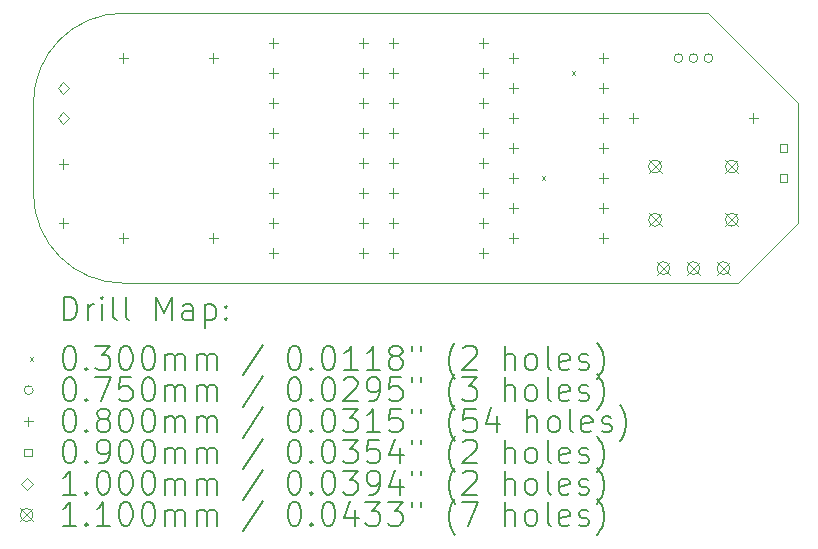
<source format=gbr>
%TF.GenerationSoftware,KiCad,Pcbnew,8.0.9*%
%TF.CreationDate,2025-03-02T13:37:28+01:00*%
%TF.ProjectId,strobe,7374726f-6265-42e6-9b69-6361645f7063,rev?*%
%TF.SameCoordinates,Original*%
%TF.FileFunction,Drillmap*%
%TF.FilePolarity,Positive*%
%FSLAX45Y45*%
G04 Gerber Fmt 4.5, Leading zero omitted, Abs format (unit mm)*
G04 Created by KiCad (PCBNEW 8.0.9) date 2025-03-02 13:37:28*
%MOMM*%
%LPD*%
G01*
G04 APERTURE LIST*
%ADD10C,0.050000*%
%ADD11C,0.200000*%
%ADD12C,0.100000*%
%ADD13C,0.110000*%
G04 APERTURE END LIST*
D10*
X14732000Y-11430000D02*
X9525000Y-11430000D01*
X9525000Y-11430000D02*
G75*
G02*
X8763000Y-10668000I0J762000D01*
G01*
X14732000Y-11430000D02*
X15240000Y-10922000D01*
X8763000Y-10668000D02*
X8763000Y-9906000D01*
X15240000Y-9906000D02*
X15240000Y-10668000D01*
X15240000Y-10922000D02*
X15240000Y-10668000D01*
X9525000Y-9144000D02*
X14478000Y-9144000D01*
X14478000Y-9144000D02*
X15240000Y-9906000D01*
X8763000Y-9906000D02*
G75*
G02*
X9525000Y-9144000I762000J0D01*
G01*
D11*
D12*
X13066000Y-10526000D02*
X13096000Y-10556000D01*
X13096000Y-10526000D02*
X13066000Y-10556000D01*
X13320000Y-9637000D02*
X13350000Y-9667000D01*
X13350000Y-9637000D02*
X13320000Y-9667000D01*
X14261500Y-9525000D02*
G75*
G02*
X14186500Y-9525000I-37500J0D01*
G01*
X14186500Y-9525000D02*
G75*
G02*
X14261500Y-9525000I37500J0D01*
G01*
X14388500Y-9525000D02*
G75*
G02*
X14313500Y-9525000I-37500J0D01*
G01*
X14313500Y-9525000D02*
G75*
G02*
X14388500Y-9525000I37500J0D01*
G01*
X14515500Y-9525000D02*
G75*
G02*
X14440500Y-9525000I-37500J0D01*
G01*
X14440500Y-9525000D02*
G75*
G02*
X14515500Y-9525000I37500J0D01*
G01*
X9017000Y-10382000D02*
X9017000Y-10462000D01*
X8977000Y-10422000D02*
X9057000Y-10422000D01*
X9017000Y-10882000D02*
X9017000Y-10962000D01*
X8977000Y-10922000D02*
X9057000Y-10922000D01*
X9525000Y-9485000D02*
X9525000Y-9565000D01*
X9485000Y-9525000D02*
X9565000Y-9525000D01*
X9525000Y-11009000D02*
X9525000Y-11089000D01*
X9485000Y-11049000D02*
X9565000Y-11049000D01*
X10287000Y-9485000D02*
X10287000Y-9565000D01*
X10247000Y-9525000D02*
X10327000Y-9525000D01*
X10287000Y-11009000D02*
X10287000Y-11089000D01*
X10247000Y-11049000D02*
X10327000Y-11049000D01*
X10795000Y-9358000D02*
X10795000Y-9438000D01*
X10755000Y-9398000D02*
X10835000Y-9398000D01*
X10795000Y-9612000D02*
X10795000Y-9692000D01*
X10755000Y-9652000D02*
X10835000Y-9652000D01*
X10795000Y-9866000D02*
X10795000Y-9946000D01*
X10755000Y-9906000D02*
X10835000Y-9906000D01*
X10795000Y-10120000D02*
X10795000Y-10200000D01*
X10755000Y-10160000D02*
X10835000Y-10160000D01*
X10795000Y-10374000D02*
X10795000Y-10454000D01*
X10755000Y-10414000D02*
X10835000Y-10414000D01*
X10795000Y-10628000D02*
X10795000Y-10708000D01*
X10755000Y-10668000D02*
X10835000Y-10668000D01*
X10795000Y-10882000D02*
X10795000Y-10962000D01*
X10755000Y-10922000D02*
X10835000Y-10922000D01*
X10795000Y-11136000D02*
X10795000Y-11216000D01*
X10755000Y-11176000D02*
X10835000Y-11176000D01*
X11557000Y-9358000D02*
X11557000Y-9438000D01*
X11517000Y-9398000D02*
X11597000Y-9398000D01*
X11557000Y-9612000D02*
X11557000Y-9692000D01*
X11517000Y-9652000D02*
X11597000Y-9652000D01*
X11557000Y-9866000D02*
X11557000Y-9946000D01*
X11517000Y-9906000D02*
X11597000Y-9906000D01*
X11557000Y-10120000D02*
X11557000Y-10200000D01*
X11517000Y-10160000D02*
X11597000Y-10160000D01*
X11557000Y-10374000D02*
X11557000Y-10454000D01*
X11517000Y-10414000D02*
X11597000Y-10414000D01*
X11557000Y-10628000D02*
X11557000Y-10708000D01*
X11517000Y-10668000D02*
X11597000Y-10668000D01*
X11557000Y-10882000D02*
X11557000Y-10962000D01*
X11517000Y-10922000D02*
X11597000Y-10922000D01*
X11557000Y-11136000D02*
X11557000Y-11216000D01*
X11517000Y-11176000D02*
X11597000Y-11176000D01*
X11811000Y-9358000D02*
X11811000Y-9438000D01*
X11771000Y-9398000D02*
X11851000Y-9398000D01*
X11811000Y-9612000D02*
X11811000Y-9692000D01*
X11771000Y-9652000D02*
X11851000Y-9652000D01*
X11811000Y-9866000D02*
X11811000Y-9946000D01*
X11771000Y-9906000D02*
X11851000Y-9906000D01*
X11811000Y-10120000D02*
X11811000Y-10200000D01*
X11771000Y-10160000D02*
X11851000Y-10160000D01*
X11811000Y-10374000D02*
X11811000Y-10454000D01*
X11771000Y-10414000D02*
X11851000Y-10414000D01*
X11811000Y-10628000D02*
X11811000Y-10708000D01*
X11771000Y-10668000D02*
X11851000Y-10668000D01*
X11811000Y-10882000D02*
X11811000Y-10962000D01*
X11771000Y-10922000D02*
X11851000Y-10922000D01*
X11811000Y-11136000D02*
X11811000Y-11216000D01*
X11771000Y-11176000D02*
X11851000Y-11176000D01*
X12573000Y-9358000D02*
X12573000Y-9438000D01*
X12533000Y-9398000D02*
X12613000Y-9398000D01*
X12573000Y-9612000D02*
X12573000Y-9692000D01*
X12533000Y-9652000D02*
X12613000Y-9652000D01*
X12573000Y-9866000D02*
X12573000Y-9946000D01*
X12533000Y-9906000D02*
X12613000Y-9906000D01*
X12573000Y-10120000D02*
X12573000Y-10200000D01*
X12533000Y-10160000D02*
X12613000Y-10160000D01*
X12573000Y-10374000D02*
X12573000Y-10454000D01*
X12533000Y-10414000D02*
X12613000Y-10414000D01*
X12573000Y-10628000D02*
X12573000Y-10708000D01*
X12533000Y-10668000D02*
X12613000Y-10668000D01*
X12573000Y-10882000D02*
X12573000Y-10962000D01*
X12533000Y-10922000D02*
X12613000Y-10922000D01*
X12573000Y-11136000D02*
X12573000Y-11216000D01*
X12533000Y-11176000D02*
X12613000Y-11176000D01*
X12827000Y-9485000D02*
X12827000Y-9565000D01*
X12787000Y-9525000D02*
X12867000Y-9525000D01*
X12827000Y-9739000D02*
X12827000Y-9819000D01*
X12787000Y-9779000D02*
X12867000Y-9779000D01*
X12827000Y-9993000D02*
X12827000Y-10073000D01*
X12787000Y-10033000D02*
X12867000Y-10033000D01*
X12827000Y-10247000D02*
X12827000Y-10327000D01*
X12787000Y-10287000D02*
X12867000Y-10287000D01*
X12827000Y-10501000D02*
X12827000Y-10581000D01*
X12787000Y-10541000D02*
X12867000Y-10541000D01*
X12827000Y-10755000D02*
X12827000Y-10835000D01*
X12787000Y-10795000D02*
X12867000Y-10795000D01*
X12827000Y-11009000D02*
X12827000Y-11089000D01*
X12787000Y-11049000D02*
X12867000Y-11049000D01*
X13589000Y-9485000D02*
X13589000Y-9565000D01*
X13549000Y-9525000D02*
X13629000Y-9525000D01*
X13589000Y-9739000D02*
X13589000Y-9819000D01*
X13549000Y-9779000D02*
X13629000Y-9779000D01*
X13589000Y-9993000D02*
X13589000Y-10073000D01*
X13549000Y-10033000D02*
X13629000Y-10033000D01*
X13589000Y-10247000D02*
X13589000Y-10327000D01*
X13549000Y-10287000D02*
X13629000Y-10287000D01*
X13589000Y-10501000D02*
X13589000Y-10581000D01*
X13549000Y-10541000D02*
X13629000Y-10541000D01*
X13589000Y-10755000D02*
X13589000Y-10835000D01*
X13549000Y-10795000D02*
X13629000Y-10795000D01*
X13589000Y-11009000D02*
X13589000Y-11089000D01*
X13549000Y-11049000D02*
X13629000Y-11049000D01*
X13843000Y-9993000D02*
X13843000Y-10073000D01*
X13803000Y-10033000D02*
X13883000Y-10033000D01*
X14859000Y-9993000D02*
X14859000Y-10073000D01*
X14819000Y-10033000D02*
X14899000Y-10033000D01*
X15144820Y-10316820D02*
X15144820Y-10253180D01*
X15081180Y-10253180D01*
X15081180Y-10316820D01*
X15144820Y-10316820D01*
X15144820Y-10570820D02*
X15144820Y-10507180D01*
X15081180Y-10507180D01*
X15081180Y-10570820D01*
X15144820Y-10570820D01*
X9017000Y-9829000D02*
X9067000Y-9779000D01*
X9017000Y-9729000D01*
X8967000Y-9779000D01*
X9017000Y-9829000D01*
X9017000Y-10083000D02*
X9067000Y-10033000D01*
X9017000Y-9983000D01*
X8967000Y-10033000D01*
X9017000Y-10083000D01*
D13*
X13971000Y-10388000D02*
X14081000Y-10498000D01*
X14081000Y-10388000D02*
X13971000Y-10498000D01*
X14081000Y-10443000D02*
G75*
G02*
X13971000Y-10443000I-55000J0D01*
G01*
X13971000Y-10443000D02*
G75*
G02*
X14081000Y-10443000I55000J0D01*
G01*
X13971000Y-10838000D02*
X14081000Y-10948000D01*
X14081000Y-10838000D02*
X13971000Y-10948000D01*
X14081000Y-10893000D02*
G75*
G02*
X13971000Y-10893000I-55000J0D01*
G01*
X13971000Y-10893000D02*
G75*
G02*
X14081000Y-10893000I55000J0D01*
G01*
X14042000Y-11248000D02*
X14152000Y-11358000D01*
X14152000Y-11248000D02*
X14042000Y-11358000D01*
X14152000Y-11303000D02*
G75*
G02*
X14042000Y-11303000I-55000J0D01*
G01*
X14042000Y-11303000D02*
G75*
G02*
X14152000Y-11303000I55000J0D01*
G01*
X14296000Y-11248000D02*
X14406000Y-11358000D01*
X14406000Y-11248000D02*
X14296000Y-11358000D01*
X14406000Y-11303000D02*
G75*
G02*
X14296000Y-11303000I-55000J0D01*
G01*
X14296000Y-11303000D02*
G75*
G02*
X14406000Y-11303000I55000J0D01*
G01*
X14550000Y-11248000D02*
X14660000Y-11358000D01*
X14660000Y-11248000D02*
X14550000Y-11358000D01*
X14660000Y-11303000D02*
G75*
G02*
X14550000Y-11303000I-55000J0D01*
G01*
X14550000Y-11303000D02*
G75*
G02*
X14660000Y-11303000I55000J0D01*
G01*
X14621000Y-10388000D02*
X14731000Y-10498000D01*
X14731000Y-10388000D02*
X14621000Y-10498000D01*
X14731000Y-10443000D02*
G75*
G02*
X14621000Y-10443000I-55000J0D01*
G01*
X14621000Y-10443000D02*
G75*
G02*
X14731000Y-10443000I55000J0D01*
G01*
X14621000Y-10838000D02*
X14731000Y-10948000D01*
X14731000Y-10838000D02*
X14621000Y-10948000D01*
X14731000Y-10893000D02*
G75*
G02*
X14621000Y-10893000I-55000J0D01*
G01*
X14621000Y-10893000D02*
G75*
G02*
X14731000Y-10893000I55000J0D01*
G01*
D11*
X9021277Y-11743984D02*
X9021277Y-11543984D01*
X9021277Y-11543984D02*
X9068896Y-11543984D01*
X9068896Y-11543984D02*
X9097467Y-11553508D01*
X9097467Y-11553508D02*
X9116515Y-11572555D01*
X9116515Y-11572555D02*
X9126039Y-11591603D01*
X9126039Y-11591603D02*
X9135563Y-11629698D01*
X9135563Y-11629698D02*
X9135563Y-11658269D01*
X9135563Y-11658269D02*
X9126039Y-11696365D01*
X9126039Y-11696365D02*
X9116515Y-11715412D01*
X9116515Y-11715412D02*
X9097467Y-11734460D01*
X9097467Y-11734460D02*
X9068896Y-11743984D01*
X9068896Y-11743984D02*
X9021277Y-11743984D01*
X9221277Y-11743984D02*
X9221277Y-11610650D01*
X9221277Y-11648746D02*
X9230801Y-11629698D01*
X9230801Y-11629698D02*
X9240324Y-11620174D01*
X9240324Y-11620174D02*
X9259372Y-11610650D01*
X9259372Y-11610650D02*
X9278420Y-11610650D01*
X9345086Y-11743984D02*
X9345086Y-11610650D01*
X9345086Y-11543984D02*
X9335563Y-11553508D01*
X9335563Y-11553508D02*
X9345086Y-11563031D01*
X9345086Y-11563031D02*
X9354610Y-11553508D01*
X9354610Y-11553508D02*
X9345086Y-11543984D01*
X9345086Y-11543984D02*
X9345086Y-11563031D01*
X9468896Y-11743984D02*
X9449848Y-11734460D01*
X9449848Y-11734460D02*
X9440324Y-11715412D01*
X9440324Y-11715412D02*
X9440324Y-11543984D01*
X9573658Y-11743984D02*
X9554610Y-11734460D01*
X9554610Y-11734460D02*
X9545086Y-11715412D01*
X9545086Y-11715412D02*
X9545086Y-11543984D01*
X9802229Y-11743984D02*
X9802229Y-11543984D01*
X9802229Y-11543984D02*
X9868896Y-11686841D01*
X9868896Y-11686841D02*
X9935563Y-11543984D01*
X9935563Y-11543984D02*
X9935563Y-11743984D01*
X10116515Y-11743984D02*
X10116515Y-11639222D01*
X10116515Y-11639222D02*
X10106991Y-11620174D01*
X10106991Y-11620174D02*
X10087944Y-11610650D01*
X10087944Y-11610650D02*
X10049848Y-11610650D01*
X10049848Y-11610650D02*
X10030801Y-11620174D01*
X10116515Y-11734460D02*
X10097467Y-11743984D01*
X10097467Y-11743984D02*
X10049848Y-11743984D01*
X10049848Y-11743984D02*
X10030801Y-11734460D01*
X10030801Y-11734460D02*
X10021277Y-11715412D01*
X10021277Y-11715412D02*
X10021277Y-11696365D01*
X10021277Y-11696365D02*
X10030801Y-11677317D01*
X10030801Y-11677317D02*
X10049848Y-11667793D01*
X10049848Y-11667793D02*
X10097467Y-11667793D01*
X10097467Y-11667793D02*
X10116515Y-11658269D01*
X10211753Y-11610650D02*
X10211753Y-11810650D01*
X10211753Y-11620174D02*
X10230801Y-11610650D01*
X10230801Y-11610650D02*
X10268896Y-11610650D01*
X10268896Y-11610650D02*
X10287944Y-11620174D01*
X10287944Y-11620174D02*
X10297467Y-11629698D01*
X10297467Y-11629698D02*
X10306991Y-11648746D01*
X10306991Y-11648746D02*
X10306991Y-11705888D01*
X10306991Y-11705888D02*
X10297467Y-11724936D01*
X10297467Y-11724936D02*
X10287944Y-11734460D01*
X10287944Y-11734460D02*
X10268896Y-11743984D01*
X10268896Y-11743984D02*
X10230801Y-11743984D01*
X10230801Y-11743984D02*
X10211753Y-11734460D01*
X10392705Y-11724936D02*
X10402229Y-11734460D01*
X10402229Y-11734460D02*
X10392705Y-11743984D01*
X10392705Y-11743984D02*
X10383182Y-11734460D01*
X10383182Y-11734460D02*
X10392705Y-11724936D01*
X10392705Y-11724936D02*
X10392705Y-11743984D01*
X10392705Y-11620174D02*
X10402229Y-11629698D01*
X10402229Y-11629698D02*
X10392705Y-11639222D01*
X10392705Y-11639222D02*
X10383182Y-11629698D01*
X10383182Y-11629698D02*
X10392705Y-11620174D01*
X10392705Y-11620174D02*
X10392705Y-11639222D01*
D12*
X8730500Y-12057500D02*
X8760500Y-12087500D01*
X8760500Y-12057500D02*
X8730500Y-12087500D01*
D11*
X9059372Y-11963984D02*
X9078420Y-11963984D01*
X9078420Y-11963984D02*
X9097467Y-11973508D01*
X9097467Y-11973508D02*
X9106991Y-11983031D01*
X9106991Y-11983031D02*
X9116515Y-12002079D01*
X9116515Y-12002079D02*
X9126039Y-12040174D01*
X9126039Y-12040174D02*
X9126039Y-12087793D01*
X9126039Y-12087793D02*
X9116515Y-12125888D01*
X9116515Y-12125888D02*
X9106991Y-12144936D01*
X9106991Y-12144936D02*
X9097467Y-12154460D01*
X9097467Y-12154460D02*
X9078420Y-12163984D01*
X9078420Y-12163984D02*
X9059372Y-12163984D01*
X9059372Y-12163984D02*
X9040324Y-12154460D01*
X9040324Y-12154460D02*
X9030801Y-12144936D01*
X9030801Y-12144936D02*
X9021277Y-12125888D01*
X9021277Y-12125888D02*
X9011753Y-12087793D01*
X9011753Y-12087793D02*
X9011753Y-12040174D01*
X9011753Y-12040174D02*
X9021277Y-12002079D01*
X9021277Y-12002079D02*
X9030801Y-11983031D01*
X9030801Y-11983031D02*
X9040324Y-11973508D01*
X9040324Y-11973508D02*
X9059372Y-11963984D01*
X9211753Y-12144936D02*
X9221277Y-12154460D01*
X9221277Y-12154460D02*
X9211753Y-12163984D01*
X9211753Y-12163984D02*
X9202229Y-12154460D01*
X9202229Y-12154460D02*
X9211753Y-12144936D01*
X9211753Y-12144936D02*
X9211753Y-12163984D01*
X9287944Y-11963984D02*
X9411753Y-11963984D01*
X9411753Y-11963984D02*
X9345086Y-12040174D01*
X9345086Y-12040174D02*
X9373658Y-12040174D01*
X9373658Y-12040174D02*
X9392705Y-12049698D01*
X9392705Y-12049698D02*
X9402229Y-12059222D01*
X9402229Y-12059222D02*
X9411753Y-12078269D01*
X9411753Y-12078269D02*
X9411753Y-12125888D01*
X9411753Y-12125888D02*
X9402229Y-12144936D01*
X9402229Y-12144936D02*
X9392705Y-12154460D01*
X9392705Y-12154460D02*
X9373658Y-12163984D01*
X9373658Y-12163984D02*
X9316515Y-12163984D01*
X9316515Y-12163984D02*
X9297467Y-12154460D01*
X9297467Y-12154460D02*
X9287944Y-12144936D01*
X9535563Y-11963984D02*
X9554610Y-11963984D01*
X9554610Y-11963984D02*
X9573658Y-11973508D01*
X9573658Y-11973508D02*
X9583182Y-11983031D01*
X9583182Y-11983031D02*
X9592705Y-12002079D01*
X9592705Y-12002079D02*
X9602229Y-12040174D01*
X9602229Y-12040174D02*
X9602229Y-12087793D01*
X9602229Y-12087793D02*
X9592705Y-12125888D01*
X9592705Y-12125888D02*
X9583182Y-12144936D01*
X9583182Y-12144936D02*
X9573658Y-12154460D01*
X9573658Y-12154460D02*
X9554610Y-12163984D01*
X9554610Y-12163984D02*
X9535563Y-12163984D01*
X9535563Y-12163984D02*
X9516515Y-12154460D01*
X9516515Y-12154460D02*
X9506991Y-12144936D01*
X9506991Y-12144936D02*
X9497467Y-12125888D01*
X9497467Y-12125888D02*
X9487944Y-12087793D01*
X9487944Y-12087793D02*
X9487944Y-12040174D01*
X9487944Y-12040174D02*
X9497467Y-12002079D01*
X9497467Y-12002079D02*
X9506991Y-11983031D01*
X9506991Y-11983031D02*
X9516515Y-11973508D01*
X9516515Y-11973508D02*
X9535563Y-11963984D01*
X9726039Y-11963984D02*
X9745086Y-11963984D01*
X9745086Y-11963984D02*
X9764134Y-11973508D01*
X9764134Y-11973508D02*
X9773658Y-11983031D01*
X9773658Y-11983031D02*
X9783182Y-12002079D01*
X9783182Y-12002079D02*
X9792705Y-12040174D01*
X9792705Y-12040174D02*
X9792705Y-12087793D01*
X9792705Y-12087793D02*
X9783182Y-12125888D01*
X9783182Y-12125888D02*
X9773658Y-12144936D01*
X9773658Y-12144936D02*
X9764134Y-12154460D01*
X9764134Y-12154460D02*
X9745086Y-12163984D01*
X9745086Y-12163984D02*
X9726039Y-12163984D01*
X9726039Y-12163984D02*
X9706991Y-12154460D01*
X9706991Y-12154460D02*
X9697467Y-12144936D01*
X9697467Y-12144936D02*
X9687944Y-12125888D01*
X9687944Y-12125888D02*
X9678420Y-12087793D01*
X9678420Y-12087793D02*
X9678420Y-12040174D01*
X9678420Y-12040174D02*
X9687944Y-12002079D01*
X9687944Y-12002079D02*
X9697467Y-11983031D01*
X9697467Y-11983031D02*
X9706991Y-11973508D01*
X9706991Y-11973508D02*
X9726039Y-11963984D01*
X9878420Y-12163984D02*
X9878420Y-12030650D01*
X9878420Y-12049698D02*
X9887944Y-12040174D01*
X9887944Y-12040174D02*
X9906991Y-12030650D01*
X9906991Y-12030650D02*
X9935563Y-12030650D01*
X9935563Y-12030650D02*
X9954610Y-12040174D01*
X9954610Y-12040174D02*
X9964134Y-12059222D01*
X9964134Y-12059222D02*
X9964134Y-12163984D01*
X9964134Y-12059222D02*
X9973658Y-12040174D01*
X9973658Y-12040174D02*
X9992705Y-12030650D01*
X9992705Y-12030650D02*
X10021277Y-12030650D01*
X10021277Y-12030650D02*
X10040325Y-12040174D01*
X10040325Y-12040174D02*
X10049848Y-12059222D01*
X10049848Y-12059222D02*
X10049848Y-12163984D01*
X10145086Y-12163984D02*
X10145086Y-12030650D01*
X10145086Y-12049698D02*
X10154610Y-12040174D01*
X10154610Y-12040174D02*
X10173658Y-12030650D01*
X10173658Y-12030650D02*
X10202229Y-12030650D01*
X10202229Y-12030650D02*
X10221277Y-12040174D01*
X10221277Y-12040174D02*
X10230801Y-12059222D01*
X10230801Y-12059222D02*
X10230801Y-12163984D01*
X10230801Y-12059222D02*
X10240325Y-12040174D01*
X10240325Y-12040174D02*
X10259372Y-12030650D01*
X10259372Y-12030650D02*
X10287944Y-12030650D01*
X10287944Y-12030650D02*
X10306991Y-12040174D01*
X10306991Y-12040174D02*
X10316515Y-12059222D01*
X10316515Y-12059222D02*
X10316515Y-12163984D01*
X10706991Y-11954460D02*
X10535563Y-12211603D01*
X10964134Y-11963984D02*
X10983182Y-11963984D01*
X10983182Y-11963984D02*
X11002229Y-11973508D01*
X11002229Y-11973508D02*
X11011753Y-11983031D01*
X11011753Y-11983031D02*
X11021277Y-12002079D01*
X11021277Y-12002079D02*
X11030801Y-12040174D01*
X11030801Y-12040174D02*
X11030801Y-12087793D01*
X11030801Y-12087793D02*
X11021277Y-12125888D01*
X11021277Y-12125888D02*
X11011753Y-12144936D01*
X11011753Y-12144936D02*
X11002229Y-12154460D01*
X11002229Y-12154460D02*
X10983182Y-12163984D01*
X10983182Y-12163984D02*
X10964134Y-12163984D01*
X10964134Y-12163984D02*
X10945087Y-12154460D01*
X10945087Y-12154460D02*
X10935563Y-12144936D01*
X10935563Y-12144936D02*
X10926039Y-12125888D01*
X10926039Y-12125888D02*
X10916515Y-12087793D01*
X10916515Y-12087793D02*
X10916515Y-12040174D01*
X10916515Y-12040174D02*
X10926039Y-12002079D01*
X10926039Y-12002079D02*
X10935563Y-11983031D01*
X10935563Y-11983031D02*
X10945087Y-11973508D01*
X10945087Y-11973508D02*
X10964134Y-11963984D01*
X11116515Y-12144936D02*
X11126039Y-12154460D01*
X11126039Y-12154460D02*
X11116515Y-12163984D01*
X11116515Y-12163984D02*
X11106991Y-12154460D01*
X11106991Y-12154460D02*
X11116515Y-12144936D01*
X11116515Y-12144936D02*
X11116515Y-12163984D01*
X11249848Y-11963984D02*
X11268896Y-11963984D01*
X11268896Y-11963984D02*
X11287944Y-11973508D01*
X11287944Y-11973508D02*
X11297467Y-11983031D01*
X11297467Y-11983031D02*
X11306991Y-12002079D01*
X11306991Y-12002079D02*
X11316515Y-12040174D01*
X11316515Y-12040174D02*
X11316515Y-12087793D01*
X11316515Y-12087793D02*
X11306991Y-12125888D01*
X11306991Y-12125888D02*
X11297467Y-12144936D01*
X11297467Y-12144936D02*
X11287944Y-12154460D01*
X11287944Y-12154460D02*
X11268896Y-12163984D01*
X11268896Y-12163984D02*
X11249848Y-12163984D01*
X11249848Y-12163984D02*
X11230801Y-12154460D01*
X11230801Y-12154460D02*
X11221277Y-12144936D01*
X11221277Y-12144936D02*
X11211753Y-12125888D01*
X11211753Y-12125888D02*
X11202229Y-12087793D01*
X11202229Y-12087793D02*
X11202229Y-12040174D01*
X11202229Y-12040174D02*
X11211753Y-12002079D01*
X11211753Y-12002079D02*
X11221277Y-11983031D01*
X11221277Y-11983031D02*
X11230801Y-11973508D01*
X11230801Y-11973508D02*
X11249848Y-11963984D01*
X11506991Y-12163984D02*
X11392706Y-12163984D01*
X11449848Y-12163984D02*
X11449848Y-11963984D01*
X11449848Y-11963984D02*
X11430801Y-11992555D01*
X11430801Y-11992555D02*
X11411753Y-12011603D01*
X11411753Y-12011603D02*
X11392706Y-12021127D01*
X11697467Y-12163984D02*
X11583182Y-12163984D01*
X11640325Y-12163984D02*
X11640325Y-11963984D01*
X11640325Y-11963984D02*
X11621277Y-11992555D01*
X11621277Y-11992555D02*
X11602229Y-12011603D01*
X11602229Y-12011603D02*
X11583182Y-12021127D01*
X11811753Y-12049698D02*
X11792706Y-12040174D01*
X11792706Y-12040174D02*
X11783182Y-12030650D01*
X11783182Y-12030650D02*
X11773658Y-12011603D01*
X11773658Y-12011603D02*
X11773658Y-12002079D01*
X11773658Y-12002079D02*
X11783182Y-11983031D01*
X11783182Y-11983031D02*
X11792706Y-11973508D01*
X11792706Y-11973508D02*
X11811753Y-11963984D01*
X11811753Y-11963984D02*
X11849848Y-11963984D01*
X11849848Y-11963984D02*
X11868896Y-11973508D01*
X11868896Y-11973508D02*
X11878420Y-11983031D01*
X11878420Y-11983031D02*
X11887944Y-12002079D01*
X11887944Y-12002079D02*
X11887944Y-12011603D01*
X11887944Y-12011603D02*
X11878420Y-12030650D01*
X11878420Y-12030650D02*
X11868896Y-12040174D01*
X11868896Y-12040174D02*
X11849848Y-12049698D01*
X11849848Y-12049698D02*
X11811753Y-12049698D01*
X11811753Y-12049698D02*
X11792706Y-12059222D01*
X11792706Y-12059222D02*
X11783182Y-12068746D01*
X11783182Y-12068746D02*
X11773658Y-12087793D01*
X11773658Y-12087793D02*
X11773658Y-12125888D01*
X11773658Y-12125888D02*
X11783182Y-12144936D01*
X11783182Y-12144936D02*
X11792706Y-12154460D01*
X11792706Y-12154460D02*
X11811753Y-12163984D01*
X11811753Y-12163984D02*
X11849848Y-12163984D01*
X11849848Y-12163984D02*
X11868896Y-12154460D01*
X11868896Y-12154460D02*
X11878420Y-12144936D01*
X11878420Y-12144936D02*
X11887944Y-12125888D01*
X11887944Y-12125888D02*
X11887944Y-12087793D01*
X11887944Y-12087793D02*
X11878420Y-12068746D01*
X11878420Y-12068746D02*
X11868896Y-12059222D01*
X11868896Y-12059222D02*
X11849848Y-12049698D01*
X11964134Y-11963984D02*
X11964134Y-12002079D01*
X12040325Y-11963984D02*
X12040325Y-12002079D01*
X12335563Y-12240174D02*
X12326039Y-12230650D01*
X12326039Y-12230650D02*
X12306991Y-12202079D01*
X12306991Y-12202079D02*
X12297468Y-12183031D01*
X12297468Y-12183031D02*
X12287944Y-12154460D01*
X12287944Y-12154460D02*
X12278420Y-12106841D01*
X12278420Y-12106841D02*
X12278420Y-12068746D01*
X12278420Y-12068746D02*
X12287944Y-12021127D01*
X12287944Y-12021127D02*
X12297468Y-11992555D01*
X12297468Y-11992555D02*
X12306991Y-11973508D01*
X12306991Y-11973508D02*
X12326039Y-11944936D01*
X12326039Y-11944936D02*
X12335563Y-11935412D01*
X12402229Y-11983031D02*
X12411753Y-11973508D01*
X12411753Y-11973508D02*
X12430801Y-11963984D01*
X12430801Y-11963984D02*
X12478420Y-11963984D01*
X12478420Y-11963984D02*
X12497468Y-11973508D01*
X12497468Y-11973508D02*
X12506991Y-11983031D01*
X12506991Y-11983031D02*
X12516515Y-12002079D01*
X12516515Y-12002079D02*
X12516515Y-12021127D01*
X12516515Y-12021127D02*
X12506991Y-12049698D01*
X12506991Y-12049698D02*
X12392706Y-12163984D01*
X12392706Y-12163984D02*
X12516515Y-12163984D01*
X12754610Y-12163984D02*
X12754610Y-11963984D01*
X12840325Y-12163984D02*
X12840325Y-12059222D01*
X12840325Y-12059222D02*
X12830801Y-12040174D01*
X12830801Y-12040174D02*
X12811753Y-12030650D01*
X12811753Y-12030650D02*
X12783182Y-12030650D01*
X12783182Y-12030650D02*
X12764134Y-12040174D01*
X12764134Y-12040174D02*
X12754610Y-12049698D01*
X12964134Y-12163984D02*
X12945087Y-12154460D01*
X12945087Y-12154460D02*
X12935563Y-12144936D01*
X12935563Y-12144936D02*
X12926039Y-12125888D01*
X12926039Y-12125888D02*
X12926039Y-12068746D01*
X12926039Y-12068746D02*
X12935563Y-12049698D01*
X12935563Y-12049698D02*
X12945087Y-12040174D01*
X12945087Y-12040174D02*
X12964134Y-12030650D01*
X12964134Y-12030650D02*
X12992706Y-12030650D01*
X12992706Y-12030650D02*
X13011753Y-12040174D01*
X13011753Y-12040174D02*
X13021277Y-12049698D01*
X13021277Y-12049698D02*
X13030801Y-12068746D01*
X13030801Y-12068746D02*
X13030801Y-12125888D01*
X13030801Y-12125888D02*
X13021277Y-12144936D01*
X13021277Y-12144936D02*
X13011753Y-12154460D01*
X13011753Y-12154460D02*
X12992706Y-12163984D01*
X12992706Y-12163984D02*
X12964134Y-12163984D01*
X13145087Y-12163984D02*
X13126039Y-12154460D01*
X13126039Y-12154460D02*
X13116515Y-12135412D01*
X13116515Y-12135412D02*
X13116515Y-11963984D01*
X13297468Y-12154460D02*
X13278420Y-12163984D01*
X13278420Y-12163984D02*
X13240325Y-12163984D01*
X13240325Y-12163984D02*
X13221277Y-12154460D01*
X13221277Y-12154460D02*
X13211753Y-12135412D01*
X13211753Y-12135412D02*
X13211753Y-12059222D01*
X13211753Y-12059222D02*
X13221277Y-12040174D01*
X13221277Y-12040174D02*
X13240325Y-12030650D01*
X13240325Y-12030650D02*
X13278420Y-12030650D01*
X13278420Y-12030650D02*
X13297468Y-12040174D01*
X13297468Y-12040174D02*
X13306991Y-12059222D01*
X13306991Y-12059222D02*
X13306991Y-12078269D01*
X13306991Y-12078269D02*
X13211753Y-12097317D01*
X13383182Y-12154460D02*
X13402230Y-12163984D01*
X13402230Y-12163984D02*
X13440325Y-12163984D01*
X13440325Y-12163984D02*
X13459372Y-12154460D01*
X13459372Y-12154460D02*
X13468896Y-12135412D01*
X13468896Y-12135412D02*
X13468896Y-12125888D01*
X13468896Y-12125888D02*
X13459372Y-12106841D01*
X13459372Y-12106841D02*
X13440325Y-12097317D01*
X13440325Y-12097317D02*
X13411753Y-12097317D01*
X13411753Y-12097317D02*
X13392706Y-12087793D01*
X13392706Y-12087793D02*
X13383182Y-12068746D01*
X13383182Y-12068746D02*
X13383182Y-12059222D01*
X13383182Y-12059222D02*
X13392706Y-12040174D01*
X13392706Y-12040174D02*
X13411753Y-12030650D01*
X13411753Y-12030650D02*
X13440325Y-12030650D01*
X13440325Y-12030650D02*
X13459372Y-12040174D01*
X13535563Y-12240174D02*
X13545087Y-12230650D01*
X13545087Y-12230650D02*
X13564134Y-12202079D01*
X13564134Y-12202079D02*
X13573658Y-12183031D01*
X13573658Y-12183031D02*
X13583182Y-12154460D01*
X13583182Y-12154460D02*
X13592706Y-12106841D01*
X13592706Y-12106841D02*
X13592706Y-12068746D01*
X13592706Y-12068746D02*
X13583182Y-12021127D01*
X13583182Y-12021127D02*
X13573658Y-11992555D01*
X13573658Y-11992555D02*
X13564134Y-11973508D01*
X13564134Y-11973508D02*
X13545087Y-11944936D01*
X13545087Y-11944936D02*
X13535563Y-11935412D01*
D12*
X8760500Y-12336500D02*
G75*
G02*
X8685500Y-12336500I-37500J0D01*
G01*
X8685500Y-12336500D02*
G75*
G02*
X8760500Y-12336500I37500J0D01*
G01*
D11*
X9059372Y-12227984D02*
X9078420Y-12227984D01*
X9078420Y-12227984D02*
X9097467Y-12237508D01*
X9097467Y-12237508D02*
X9106991Y-12247031D01*
X9106991Y-12247031D02*
X9116515Y-12266079D01*
X9116515Y-12266079D02*
X9126039Y-12304174D01*
X9126039Y-12304174D02*
X9126039Y-12351793D01*
X9126039Y-12351793D02*
X9116515Y-12389888D01*
X9116515Y-12389888D02*
X9106991Y-12408936D01*
X9106991Y-12408936D02*
X9097467Y-12418460D01*
X9097467Y-12418460D02*
X9078420Y-12427984D01*
X9078420Y-12427984D02*
X9059372Y-12427984D01*
X9059372Y-12427984D02*
X9040324Y-12418460D01*
X9040324Y-12418460D02*
X9030801Y-12408936D01*
X9030801Y-12408936D02*
X9021277Y-12389888D01*
X9021277Y-12389888D02*
X9011753Y-12351793D01*
X9011753Y-12351793D02*
X9011753Y-12304174D01*
X9011753Y-12304174D02*
X9021277Y-12266079D01*
X9021277Y-12266079D02*
X9030801Y-12247031D01*
X9030801Y-12247031D02*
X9040324Y-12237508D01*
X9040324Y-12237508D02*
X9059372Y-12227984D01*
X9211753Y-12408936D02*
X9221277Y-12418460D01*
X9221277Y-12418460D02*
X9211753Y-12427984D01*
X9211753Y-12427984D02*
X9202229Y-12418460D01*
X9202229Y-12418460D02*
X9211753Y-12408936D01*
X9211753Y-12408936D02*
X9211753Y-12427984D01*
X9287944Y-12227984D02*
X9421277Y-12227984D01*
X9421277Y-12227984D02*
X9335563Y-12427984D01*
X9592705Y-12227984D02*
X9497467Y-12227984D01*
X9497467Y-12227984D02*
X9487944Y-12323222D01*
X9487944Y-12323222D02*
X9497467Y-12313698D01*
X9497467Y-12313698D02*
X9516515Y-12304174D01*
X9516515Y-12304174D02*
X9564134Y-12304174D01*
X9564134Y-12304174D02*
X9583182Y-12313698D01*
X9583182Y-12313698D02*
X9592705Y-12323222D01*
X9592705Y-12323222D02*
X9602229Y-12342269D01*
X9602229Y-12342269D02*
X9602229Y-12389888D01*
X9602229Y-12389888D02*
X9592705Y-12408936D01*
X9592705Y-12408936D02*
X9583182Y-12418460D01*
X9583182Y-12418460D02*
X9564134Y-12427984D01*
X9564134Y-12427984D02*
X9516515Y-12427984D01*
X9516515Y-12427984D02*
X9497467Y-12418460D01*
X9497467Y-12418460D02*
X9487944Y-12408936D01*
X9726039Y-12227984D02*
X9745086Y-12227984D01*
X9745086Y-12227984D02*
X9764134Y-12237508D01*
X9764134Y-12237508D02*
X9773658Y-12247031D01*
X9773658Y-12247031D02*
X9783182Y-12266079D01*
X9783182Y-12266079D02*
X9792705Y-12304174D01*
X9792705Y-12304174D02*
X9792705Y-12351793D01*
X9792705Y-12351793D02*
X9783182Y-12389888D01*
X9783182Y-12389888D02*
X9773658Y-12408936D01*
X9773658Y-12408936D02*
X9764134Y-12418460D01*
X9764134Y-12418460D02*
X9745086Y-12427984D01*
X9745086Y-12427984D02*
X9726039Y-12427984D01*
X9726039Y-12427984D02*
X9706991Y-12418460D01*
X9706991Y-12418460D02*
X9697467Y-12408936D01*
X9697467Y-12408936D02*
X9687944Y-12389888D01*
X9687944Y-12389888D02*
X9678420Y-12351793D01*
X9678420Y-12351793D02*
X9678420Y-12304174D01*
X9678420Y-12304174D02*
X9687944Y-12266079D01*
X9687944Y-12266079D02*
X9697467Y-12247031D01*
X9697467Y-12247031D02*
X9706991Y-12237508D01*
X9706991Y-12237508D02*
X9726039Y-12227984D01*
X9878420Y-12427984D02*
X9878420Y-12294650D01*
X9878420Y-12313698D02*
X9887944Y-12304174D01*
X9887944Y-12304174D02*
X9906991Y-12294650D01*
X9906991Y-12294650D02*
X9935563Y-12294650D01*
X9935563Y-12294650D02*
X9954610Y-12304174D01*
X9954610Y-12304174D02*
X9964134Y-12323222D01*
X9964134Y-12323222D02*
X9964134Y-12427984D01*
X9964134Y-12323222D02*
X9973658Y-12304174D01*
X9973658Y-12304174D02*
X9992705Y-12294650D01*
X9992705Y-12294650D02*
X10021277Y-12294650D01*
X10021277Y-12294650D02*
X10040325Y-12304174D01*
X10040325Y-12304174D02*
X10049848Y-12323222D01*
X10049848Y-12323222D02*
X10049848Y-12427984D01*
X10145086Y-12427984D02*
X10145086Y-12294650D01*
X10145086Y-12313698D02*
X10154610Y-12304174D01*
X10154610Y-12304174D02*
X10173658Y-12294650D01*
X10173658Y-12294650D02*
X10202229Y-12294650D01*
X10202229Y-12294650D02*
X10221277Y-12304174D01*
X10221277Y-12304174D02*
X10230801Y-12323222D01*
X10230801Y-12323222D02*
X10230801Y-12427984D01*
X10230801Y-12323222D02*
X10240325Y-12304174D01*
X10240325Y-12304174D02*
X10259372Y-12294650D01*
X10259372Y-12294650D02*
X10287944Y-12294650D01*
X10287944Y-12294650D02*
X10306991Y-12304174D01*
X10306991Y-12304174D02*
X10316515Y-12323222D01*
X10316515Y-12323222D02*
X10316515Y-12427984D01*
X10706991Y-12218460D02*
X10535563Y-12475603D01*
X10964134Y-12227984D02*
X10983182Y-12227984D01*
X10983182Y-12227984D02*
X11002229Y-12237508D01*
X11002229Y-12237508D02*
X11011753Y-12247031D01*
X11011753Y-12247031D02*
X11021277Y-12266079D01*
X11021277Y-12266079D02*
X11030801Y-12304174D01*
X11030801Y-12304174D02*
X11030801Y-12351793D01*
X11030801Y-12351793D02*
X11021277Y-12389888D01*
X11021277Y-12389888D02*
X11011753Y-12408936D01*
X11011753Y-12408936D02*
X11002229Y-12418460D01*
X11002229Y-12418460D02*
X10983182Y-12427984D01*
X10983182Y-12427984D02*
X10964134Y-12427984D01*
X10964134Y-12427984D02*
X10945087Y-12418460D01*
X10945087Y-12418460D02*
X10935563Y-12408936D01*
X10935563Y-12408936D02*
X10926039Y-12389888D01*
X10926039Y-12389888D02*
X10916515Y-12351793D01*
X10916515Y-12351793D02*
X10916515Y-12304174D01*
X10916515Y-12304174D02*
X10926039Y-12266079D01*
X10926039Y-12266079D02*
X10935563Y-12247031D01*
X10935563Y-12247031D02*
X10945087Y-12237508D01*
X10945087Y-12237508D02*
X10964134Y-12227984D01*
X11116515Y-12408936D02*
X11126039Y-12418460D01*
X11126039Y-12418460D02*
X11116515Y-12427984D01*
X11116515Y-12427984D02*
X11106991Y-12418460D01*
X11106991Y-12418460D02*
X11116515Y-12408936D01*
X11116515Y-12408936D02*
X11116515Y-12427984D01*
X11249848Y-12227984D02*
X11268896Y-12227984D01*
X11268896Y-12227984D02*
X11287944Y-12237508D01*
X11287944Y-12237508D02*
X11297467Y-12247031D01*
X11297467Y-12247031D02*
X11306991Y-12266079D01*
X11306991Y-12266079D02*
X11316515Y-12304174D01*
X11316515Y-12304174D02*
X11316515Y-12351793D01*
X11316515Y-12351793D02*
X11306991Y-12389888D01*
X11306991Y-12389888D02*
X11297467Y-12408936D01*
X11297467Y-12408936D02*
X11287944Y-12418460D01*
X11287944Y-12418460D02*
X11268896Y-12427984D01*
X11268896Y-12427984D02*
X11249848Y-12427984D01*
X11249848Y-12427984D02*
X11230801Y-12418460D01*
X11230801Y-12418460D02*
X11221277Y-12408936D01*
X11221277Y-12408936D02*
X11211753Y-12389888D01*
X11211753Y-12389888D02*
X11202229Y-12351793D01*
X11202229Y-12351793D02*
X11202229Y-12304174D01*
X11202229Y-12304174D02*
X11211753Y-12266079D01*
X11211753Y-12266079D02*
X11221277Y-12247031D01*
X11221277Y-12247031D02*
X11230801Y-12237508D01*
X11230801Y-12237508D02*
X11249848Y-12227984D01*
X11392706Y-12247031D02*
X11402229Y-12237508D01*
X11402229Y-12237508D02*
X11421277Y-12227984D01*
X11421277Y-12227984D02*
X11468896Y-12227984D01*
X11468896Y-12227984D02*
X11487944Y-12237508D01*
X11487944Y-12237508D02*
X11497467Y-12247031D01*
X11497467Y-12247031D02*
X11506991Y-12266079D01*
X11506991Y-12266079D02*
X11506991Y-12285127D01*
X11506991Y-12285127D02*
X11497467Y-12313698D01*
X11497467Y-12313698D02*
X11383182Y-12427984D01*
X11383182Y-12427984D02*
X11506991Y-12427984D01*
X11602229Y-12427984D02*
X11640325Y-12427984D01*
X11640325Y-12427984D02*
X11659372Y-12418460D01*
X11659372Y-12418460D02*
X11668896Y-12408936D01*
X11668896Y-12408936D02*
X11687944Y-12380365D01*
X11687944Y-12380365D02*
X11697467Y-12342269D01*
X11697467Y-12342269D02*
X11697467Y-12266079D01*
X11697467Y-12266079D02*
X11687944Y-12247031D01*
X11687944Y-12247031D02*
X11678420Y-12237508D01*
X11678420Y-12237508D02*
X11659372Y-12227984D01*
X11659372Y-12227984D02*
X11621277Y-12227984D01*
X11621277Y-12227984D02*
X11602229Y-12237508D01*
X11602229Y-12237508D02*
X11592706Y-12247031D01*
X11592706Y-12247031D02*
X11583182Y-12266079D01*
X11583182Y-12266079D02*
X11583182Y-12313698D01*
X11583182Y-12313698D02*
X11592706Y-12332746D01*
X11592706Y-12332746D02*
X11602229Y-12342269D01*
X11602229Y-12342269D02*
X11621277Y-12351793D01*
X11621277Y-12351793D02*
X11659372Y-12351793D01*
X11659372Y-12351793D02*
X11678420Y-12342269D01*
X11678420Y-12342269D02*
X11687944Y-12332746D01*
X11687944Y-12332746D02*
X11697467Y-12313698D01*
X11878420Y-12227984D02*
X11783182Y-12227984D01*
X11783182Y-12227984D02*
X11773658Y-12323222D01*
X11773658Y-12323222D02*
X11783182Y-12313698D01*
X11783182Y-12313698D02*
X11802229Y-12304174D01*
X11802229Y-12304174D02*
X11849848Y-12304174D01*
X11849848Y-12304174D02*
X11868896Y-12313698D01*
X11868896Y-12313698D02*
X11878420Y-12323222D01*
X11878420Y-12323222D02*
X11887944Y-12342269D01*
X11887944Y-12342269D02*
X11887944Y-12389888D01*
X11887944Y-12389888D02*
X11878420Y-12408936D01*
X11878420Y-12408936D02*
X11868896Y-12418460D01*
X11868896Y-12418460D02*
X11849848Y-12427984D01*
X11849848Y-12427984D02*
X11802229Y-12427984D01*
X11802229Y-12427984D02*
X11783182Y-12418460D01*
X11783182Y-12418460D02*
X11773658Y-12408936D01*
X11964134Y-12227984D02*
X11964134Y-12266079D01*
X12040325Y-12227984D02*
X12040325Y-12266079D01*
X12335563Y-12504174D02*
X12326039Y-12494650D01*
X12326039Y-12494650D02*
X12306991Y-12466079D01*
X12306991Y-12466079D02*
X12297468Y-12447031D01*
X12297468Y-12447031D02*
X12287944Y-12418460D01*
X12287944Y-12418460D02*
X12278420Y-12370841D01*
X12278420Y-12370841D02*
X12278420Y-12332746D01*
X12278420Y-12332746D02*
X12287944Y-12285127D01*
X12287944Y-12285127D02*
X12297468Y-12256555D01*
X12297468Y-12256555D02*
X12306991Y-12237508D01*
X12306991Y-12237508D02*
X12326039Y-12208936D01*
X12326039Y-12208936D02*
X12335563Y-12199412D01*
X12392706Y-12227984D02*
X12516515Y-12227984D01*
X12516515Y-12227984D02*
X12449848Y-12304174D01*
X12449848Y-12304174D02*
X12478420Y-12304174D01*
X12478420Y-12304174D02*
X12497468Y-12313698D01*
X12497468Y-12313698D02*
X12506991Y-12323222D01*
X12506991Y-12323222D02*
X12516515Y-12342269D01*
X12516515Y-12342269D02*
X12516515Y-12389888D01*
X12516515Y-12389888D02*
X12506991Y-12408936D01*
X12506991Y-12408936D02*
X12497468Y-12418460D01*
X12497468Y-12418460D02*
X12478420Y-12427984D01*
X12478420Y-12427984D02*
X12421277Y-12427984D01*
X12421277Y-12427984D02*
X12402229Y-12418460D01*
X12402229Y-12418460D02*
X12392706Y-12408936D01*
X12754610Y-12427984D02*
X12754610Y-12227984D01*
X12840325Y-12427984D02*
X12840325Y-12323222D01*
X12840325Y-12323222D02*
X12830801Y-12304174D01*
X12830801Y-12304174D02*
X12811753Y-12294650D01*
X12811753Y-12294650D02*
X12783182Y-12294650D01*
X12783182Y-12294650D02*
X12764134Y-12304174D01*
X12764134Y-12304174D02*
X12754610Y-12313698D01*
X12964134Y-12427984D02*
X12945087Y-12418460D01*
X12945087Y-12418460D02*
X12935563Y-12408936D01*
X12935563Y-12408936D02*
X12926039Y-12389888D01*
X12926039Y-12389888D02*
X12926039Y-12332746D01*
X12926039Y-12332746D02*
X12935563Y-12313698D01*
X12935563Y-12313698D02*
X12945087Y-12304174D01*
X12945087Y-12304174D02*
X12964134Y-12294650D01*
X12964134Y-12294650D02*
X12992706Y-12294650D01*
X12992706Y-12294650D02*
X13011753Y-12304174D01*
X13011753Y-12304174D02*
X13021277Y-12313698D01*
X13021277Y-12313698D02*
X13030801Y-12332746D01*
X13030801Y-12332746D02*
X13030801Y-12389888D01*
X13030801Y-12389888D02*
X13021277Y-12408936D01*
X13021277Y-12408936D02*
X13011753Y-12418460D01*
X13011753Y-12418460D02*
X12992706Y-12427984D01*
X12992706Y-12427984D02*
X12964134Y-12427984D01*
X13145087Y-12427984D02*
X13126039Y-12418460D01*
X13126039Y-12418460D02*
X13116515Y-12399412D01*
X13116515Y-12399412D02*
X13116515Y-12227984D01*
X13297468Y-12418460D02*
X13278420Y-12427984D01*
X13278420Y-12427984D02*
X13240325Y-12427984D01*
X13240325Y-12427984D02*
X13221277Y-12418460D01*
X13221277Y-12418460D02*
X13211753Y-12399412D01*
X13211753Y-12399412D02*
X13211753Y-12323222D01*
X13211753Y-12323222D02*
X13221277Y-12304174D01*
X13221277Y-12304174D02*
X13240325Y-12294650D01*
X13240325Y-12294650D02*
X13278420Y-12294650D01*
X13278420Y-12294650D02*
X13297468Y-12304174D01*
X13297468Y-12304174D02*
X13306991Y-12323222D01*
X13306991Y-12323222D02*
X13306991Y-12342269D01*
X13306991Y-12342269D02*
X13211753Y-12361317D01*
X13383182Y-12418460D02*
X13402230Y-12427984D01*
X13402230Y-12427984D02*
X13440325Y-12427984D01*
X13440325Y-12427984D02*
X13459372Y-12418460D01*
X13459372Y-12418460D02*
X13468896Y-12399412D01*
X13468896Y-12399412D02*
X13468896Y-12389888D01*
X13468896Y-12389888D02*
X13459372Y-12370841D01*
X13459372Y-12370841D02*
X13440325Y-12361317D01*
X13440325Y-12361317D02*
X13411753Y-12361317D01*
X13411753Y-12361317D02*
X13392706Y-12351793D01*
X13392706Y-12351793D02*
X13383182Y-12332746D01*
X13383182Y-12332746D02*
X13383182Y-12323222D01*
X13383182Y-12323222D02*
X13392706Y-12304174D01*
X13392706Y-12304174D02*
X13411753Y-12294650D01*
X13411753Y-12294650D02*
X13440325Y-12294650D01*
X13440325Y-12294650D02*
X13459372Y-12304174D01*
X13535563Y-12504174D02*
X13545087Y-12494650D01*
X13545087Y-12494650D02*
X13564134Y-12466079D01*
X13564134Y-12466079D02*
X13573658Y-12447031D01*
X13573658Y-12447031D02*
X13583182Y-12418460D01*
X13583182Y-12418460D02*
X13592706Y-12370841D01*
X13592706Y-12370841D02*
X13592706Y-12332746D01*
X13592706Y-12332746D02*
X13583182Y-12285127D01*
X13583182Y-12285127D02*
X13573658Y-12256555D01*
X13573658Y-12256555D02*
X13564134Y-12237508D01*
X13564134Y-12237508D02*
X13545087Y-12208936D01*
X13545087Y-12208936D02*
X13535563Y-12199412D01*
D12*
X8720500Y-12560500D02*
X8720500Y-12640500D01*
X8680500Y-12600500D02*
X8760500Y-12600500D01*
D11*
X9059372Y-12491984D02*
X9078420Y-12491984D01*
X9078420Y-12491984D02*
X9097467Y-12501508D01*
X9097467Y-12501508D02*
X9106991Y-12511031D01*
X9106991Y-12511031D02*
X9116515Y-12530079D01*
X9116515Y-12530079D02*
X9126039Y-12568174D01*
X9126039Y-12568174D02*
X9126039Y-12615793D01*
X9126039Y-12615793D02*
X9116515Y-12653888D01*
X9116515Y-12653888D02*
X9106991Y-12672936D01*
X9106991Y-12672936D02*
X9097467Y-12682460D01*
X9097467Y-12682460D02*
X9078420Y-12691984D01*
X9078420Y-12691984D02*
X9059372Y-12691984D01*
X9059372Y-12691984D02*
X9040324Y-12682460D01*
X9040324Y-12682460D02*
X9030801Y-12672936D01*
X9030801Y-12672936D02*
X9021277Y-12653888D01*
X9021277Y-12653888D02*
X9011753Y-12615793D01*
X9011753Y-12615793D02*
X9011753Y-12568174D01*
X9011753Y-12568174D02*
X9021277Y-12530079D01*
X9021277Y-12530079D02*
X9030801Y-12511031D01*
X9030801Y-12511031D02*
X9040324Y-12501508D01*
X9040324Y-12501508D02*
X9059372Y-12491984D01*
X9211753Y-12672936D02*
X9221277Y-12682460D01*
X9221277Y-12682460D02*
X9211753Y-12691984D01*
X9211753Y-12691984D02*
X9202229Y-12682460D01*
X9202229Y-12682460D02*
X9211753Y-12672936D01*
X9211753Y-12672936D02*
X9211753Y-12691984D01*
X9335563Y-12577698D02*
X9316515Y-12568174D01*
X9316515Y-12568174D02*
X9306991Y-12558650D01*
X9306991Y-12558650D02*
X9297467Y-12539603D01*
X9297467Y-12539603D02*
X9297467Y-12530079D01*
X9297467Y-12530079D02*
X9306991Y-12511031D01*
X9306991Y-12511031D02*
X9316515Y-12501508D01*
X9316515Y-12501508D02*
X9335563Y-12491984D01*
X9335563Y-12491984D02*
X9373658Y-12491984D01*
X9373658Y-12491984D02*
X9392705Y-12501508D01*
X9392705Y-12501508D02*
X9402229Y-12511031D01*
X9402229Y-12511031D02*
X9411753Y-12530079D01*
X9411753Y-12530079D02*
X9411753Y-12539603D01*
X9411753Y-12539603D02*
X9402229Y-12558650D01*
X9402229Y-12558650D02*
X9392705Y-12568174D01*
X9392705Y-12568174D02*
X9373658Y-12577698D01*
X9373658Y-12577698D02*
X9335563Y-12577698D01*
X9335563Y-12577698D02*
X9316515Y-12587222D01*
X9316515Y-12587222D02*
X9306991Y-12596746D01*
X9306991Y-12596746D02*
X9297467Y-12615793D01*
X9297467Y-12615793D02*
X9297467Y-12653888D01*
X9297467Y-12653888D02*
X9306991Y-12672936D01*
X9306991Y-12672936D02*
X9316515Y-12682460D01*
X9316515Y-12682460D02*
X9335563Y-12691984D01*
X9335563Y-12691984D02*
X9373658Y-12691984D01*
X9373658Y-12691984D02*
X9392705Y-12682460D01*
X9392705Y-12682460D02*
X9402229Y-12672936D01*
X9402229Y-12672936D02*
X9411753Y-12653888D01*
X9411753Y-12653888D02*
X9411753Y-12615793D01*
X9411753Y-12615793D02*
X9402229Y-12596746D01*
X9402229Y-12596746D02*
X9392705Y-12587222D01*
X9392705Y-12587222D02*
X9373658Y-12577698D01*
X9535563Y-12491984D02*
X9554610Y-12491984D01*
X9554610Y-12491984D02*
X9573658Y-12501508D01*
X9573658Y-12501508D02*
X9583182Y-12511031D01*
X9583182Y-12511031D02*
X9592705Y-12530079D01*
X9592705Y-12530079D02*
X9602229Y-12568174D01*
X9602229Y-12568174D02*
X9602229Y-12615793D01*
X9602229Y-12615793D02*
X9592705Y-12653888D01*
X9592705Y-12653888D02*
X9583182Y-12672936D01*
X9583182Y-12672936D02*
X9573658Y-12682460D01*
X9573658Y-12682460D02*
X9554610Y-12691984D01*
X9554610Y-12691984D02*
X9535563Y-12691984D01*
X9535563Y-12691984D02*
X9516515Y-12682460D01*
X9516515Y-12682460D02*
X9506991Y-12672936D01*
X9506991Y-12672936D02*
X9497467Y-12653888D01*
X9497467Y-12653888D02*
X9487944Y-12615793D01*
X9487944Y-12615793D02*
X9487944Y-12568174D01*
X9487944Y-12568174D02*
X9497467Y-12530079D01*
X9497467Y-12530079D02*
X9506991Y-12511031D01*
X9506991Y-12511031D02*
X9516515Y-12501508D01*
X9516515Y-12501508D02*
X9535563Y-12491984D01*
X9726039Y-12491984D02*
X9745086Y-12491984D01*
X9745086Y-12491984D02*
X9764134Y-12501508D01*
X9764134Y-12501508D02*
X9773658Y-12511031D01*
X9773658Y-12511031D02*
X9783182Y-12530079D01*
X9783182Y-12530079D02*
X9792705Y-12568174D01*
X9792705Y-12568174D02*
X9792705Y-12615793D01*
X9792705Y-12615793D02*
X9783182Y-12653888D01*
X9783182Y-12653888D02*
X9773658Y-12672936D01*
X9773658Y-12672936D02*
X9764134Y-12682460D01*
X9764134Y-12682460D02*
X9745086Y-12691984D01*
X9745086Y-12691984D02*
X9726039Y-12691984D01*
X9726039Y-12691984D02*
X9706991Y-12682460D01*
X9706991Y-12682460D02*
X9697467Y-12672936D01*
X9697467Y-12672936D02*
X9687944Y-12653888D01*
X9687944Y-12653888D02*
X9678420Y-12615793D01*
X9678420Y-12615793D02*
X9678420Y-12568174D01*
X9678420Y-12568174D02*
X9687944Y-12530079D01*
X9687944Y-12530079D02*
X9697467Y-12511031D01*
X9697467Y-12511031D02*
X9706991Y-12501508D01*
X9706991Y-12501508D02*
X9726039Y-12491984D01*
X9878420Y-12691984D02*
X9878420Y-12558650D01*
X9878420Y-12577698D02*
X9887944Y-12568174D01*
X9887944Y-12568174D02*
X9906991Y-12558650D01*
X9906991Y-12558650D02*
X9935563Y-12558650D01*
X9935563Y-12558650D02*
X9954610Y-12568174D01*
X9954610Y-12568174D02*
X9964134Y-12587222D01*
X9964134Y-12587222D02*
X9964134Y-12691984D01*
X9964134Y-12587222D02*
X9973658Y-12568174D01*
X9973658Y-12568174D02*
X9992705Y-12558650D01*
X9992705Y-12558650D02*
X10021277Y-12558650D01*
X10021277Y-12558650D02*
X10040325Y-12568174D01*
X10040325Y-12568174D02*
X10049848Y-12587222D01*
X10049848Y-12587222D02*
X10049848Y-12691984D01*
X10145086Y-12691984D02*
X10145086Y-12558650D01*
X10145086Y-12577698D02*
X10154610Y-12568174D01*
X10154610Y-12568174D02*
X10173658Y-12558650D01*
X10173658Y-12558650D02*
X10202229Y-12558650D01*
X10202229Y-12558650D02*
X10221277Y-12568174D01*
X10221277Y-12568174D02*
X10230801Y-12587222D01*
X10230801Y-12587222D02*
X10230801Y-12691984D01*
X10230801Y-12587222D02*
X10240325Y-12568174D01*
X10240325Y-12568174D02*
X10259372Y-12558650D01*
X10259372Y-12558650D02*
X10287944Y-12558650D01*
X10287944Y-12558650D02*
X10306991Y-12568174D01*
X10306991Y-12568174D02*
X10316515Y-12587222D01*
X10316515Y-12587222D02*
X10316515Y-12691984D01*
X10706991Y-12482460D02*
X10535563Y-12739603D01*
X10964134Y-12491984D02*
X10983182Y-12491984D01*
X10983182Y-12491984D02*
X11002229Y-12501508D01*
X11002229Y-12501508D02*
X11011753Y-12511031D01*
X11011753Y-12511031D02*
X11021277Y-12530079D01*
X11021277Y-12530079D02*
X11030801Y-12568174D01*
X11030801Y-12568174D02*
X11030801Y-12615793D01*
X11030801Y-12615793D02*
X11021277Y-12653888D01*
X11021277Y-12653888D02*
X11011753Y-12672936D01*
X11011753Y-12672936D02*
X11002229Y-12682460D01*
X11002229Y-12682460D02*
X10983182Y-12691984D01*
X10983182Y-12691984D02*
X10964134Y-12691984D01*
X10964134Y-12691984D02*
X10945087Y-12682460D01*
X10945087Y-12682460D02*
X10935563Y-12672936D01*
X10935563Y-12672936D02*
X10926039Y-12653888D01*
X10926039Y-12653888D02*
X10916515Y-12615793D01*
X10916515Y-12615793D02*
X10916515Y-12568174D01*
X10916515Y-12568174D02*
X10926039Y-12530079D01*
X10926039Y-12530079D02*
X10935563Y-12511031D01*
X10935563Y-12511031D02*
X10945087Y-12501508D01*
X10945087Y-12501508D02*
X10964134Y-12491984D01*
X11116515Y-12672936D02*
X11126039Y-12682460D01*
X11126039Y-12682460D02*
X11116515Y-12691984D01*
X11116515Y-12691984D02*
X11106991Y-12682460D01*
X11106991Y-12682460D02*
X11116515Y-12672936D01*
X11116515Y-12672936D02*
X11116515Y-12691984D01*
X11249848Y-12491984D02*
X11268896Y-12491984D01*
X11268896Y-12491984D02*
X11287944Y-12501508D01*
X11287944Y-12501508D02*
X11297467Y-12511031D01*
X11297467Y-12511031D02*
X11306991Y-12530079D01*
X11306991Y-12530079D02*
X11316515Y-12568174D01*
X11316515Y-12568174D02*
X11316515Y-12615793D01*
X11316515Y-12615793D02*
X11306991Y-12653888D01*
X11306991Y-12653888D02*
X11297467Y-12672936D01*
X11297467Y-12672936D02*
X11287944Y-12682460D01*
X11287944Y-12682460D02*
X11268896Y-12691984D01*
X11268896Y-12691984D02*
X11249848Y-12691984D01*
X11249848Y-12691984D02*
X11230801Y-12682460D01*
X11230801Y-12682460D02*
X11221277Y-12672936D01*
X11221277Y-12672936D02*
X11211753Y-12653888D01*
X11211753Y-12653888D02*
X11202229Y-12615793D01*
X11202229Y-12615793D02*
X11202229Y-12568174D01*
X11202229Y-12568174D02*
X11211753Y-12530079D01*
X11211753Y-12530079D02*
X11221277Y-12511031D01*
X11221277Y-12511031D02*
X11230801Y-12501508D01*
X11230801Y-12501508D02*
X11249848Y-12491984D01*
X11383182Y-12491984D02*
X11506991Y-12491984D01*
X11506991Y-12491984D02*
X11440325Y-12568174D01*
X11440325Y-12568174D02*
X11468896Y-12568174D01*
X11468896Y-12568174D02*
X11487944Y-12577698D01*
X11487944Y-12577698D02*
X11497467Y-12587222D01*
X11497467Y-12587222D02*
X11506991Y-12606269D01*
X11506991Y-12606269D02*
X11506991Y-12653888D01*
X11506991Y-12653888D02*
X11497467Y-12672936D01*
X11497467Y-12672936D02*
X11487944Y-12682460D01*
X11487944Y-12682460D02*
X11468896Y-12691984D01*
X11468896Y-12691984D02*
X11411753Y-12691984D01*
X11411753Y-12691984D02*
X11392706Y-12682460D01*
X11392706Y-12682460D02*
X11383182Y-12672936D01*
X11697467Y-12691984D02*
X11583182Y-12691984D01*
X11640325Y-12691984D02*
X11640325Y-12491984D01*
X11640325Y-12491984D02*
X11621277Y-12520555D01*
X11621277Y-12520555D02*
X11602229Y-12539603D01*
X11602229Y-12539603D02*
X11583182Y-12549127D01*
X11878420Y-12491984D02*
X11783182Y-12491984D01*
X11783182Y-12491984D02*
X11773658Y-12587222D01*
X11773658Y-12587222D02*
X11783182Y-12577698D01*
X11783182Y-12577698D02*
X11802229Y-12568174D01*
X11802229Y-12568174D02*
X11849848Y-12568174D01*
X11849848Y-12568174D02*
X11868896Y-12577698D01*
X11868896Y-12577698D02*
X11878420Y-12587222D01*
X11878420Y-12587222D02*
X11887944Y-12606269D01*
X11887944Y-12606269D02*
X11887944Y-12653888D01*
X11887944Y-12653888D02*
X11878420Y-12672936D01*
X11878420Y-12672936D02*
X11868896Y-12682460D01*
X11868896Y-12682460D02*
X11849848Y-12691984D01*
X11849848Y-12691984D02*
X11802229Y-12691984D01*
X11802229Y-12691984D02*
X11783182Y-12682460D01*
X11783182Y-12682460D02*
X11773658Y-12672936D01*
X11964134Y-12491984D02*
X11964134Y-12530079D01*
X12040325Y-12491984D02*
X12040325Y-12530079D01*
X12335563Y-12768174D02*
X12326039Y-12758650D01*
X12326039Y-12758650D02*
X12306991Y-12730079D01*
X12306991Y-12730079D02*
X12297468Y-12711031D01*
X12297468Y-12711031D02*
X12287944Y-12682460D01*
X12287944Y-12682460D02*
X12278420Y-12634841D01*
X12278420Y-12634841D02*
X12278420Y-12596746D01*
X12278420Y-12596746D02*
X12287944Y-12549127D01*
X12287944Y-12549127D02*
X12297468Y-12520555D01*
X12297468Y-12520555D02*
X12306991Y-12501508D01*
X12306991Y-12501508D02*
X12326039Y-12472936D01*
X12326039Y-12472936D02*
X12335563Y-12463412D01*
X12506991Y-12491984D02*
X12411753Y-12491984D01*
X12411753Y-12491984D02*
X12402229Y-12587222D01*
X12402229Y-12587222D02*
X12411753Y-12577698D01*
X12411753Y-12577698D02*
X12430801Y-12568174D01*
X12430801Y-12568174D02*
X12478420Y-12568174D01*
X12478420Y-12568174D02*
X12497468Y-12577698D01*
X12497468Y-12577698D02*
X12506991Y-12587222D01*
X12506991Y-12587222D02*
X12516515Y-12606269D01*
X12516515Y-12606269D02*
X12516515Y-12653888D01*
X12516515Y-12653888D02*
X12506991Y-12672936D01*
X12506991Y-12672936D02*
X12497468Y-12682460D01*
X12497468Y-12682460D02*
X12478420Y-12691984D01*
X12478420Y-12691984D02*
X12430801Y-12691984D01*
X12430801Y-12691984D02*
X12411753Y-12682460D01*
X12411753Y-12682460D02*
X12402229Y-12672936D01*
X12687944Y-12558650D02*
X12687944Y-12691984D01*
X12640325Y-12482460D02*
X12592706Y-12625317D01*
X12592706Y-12625317D02*
X12716515Y-12625317D01*
X12945087Y-12691984D02*
X12945087Y-12491984D01*
X13030801Y-12691984D02*
X13030801Y-12587222D01*
X13030801Y-12587222D02*
X13021277Y-12568174D01*
X13021277Y-12568174D02*
X13002230Y-12558650D01*
X13002230Y-12558650D02*
X12973658Y-12558650D01*
X12973658Y-12558650D02*
X12954610Y-12568174D01*
X12954610Y-12568174D02*
X12945087Y-12577698D01*
X13154610Y-12691984D02*
X13135563Y-12682460D01*
X13135563Y-12682460D02*
X13126039Y-12672936D01*
X13126039Y-12672936D02*
X13116515Y-12653888D01*
X13116515Y-12653888D02*
X13116515Y-12596746D01*
X13116515Y-12596746D02*
X13126039Y-12577698D01*
X13126039Y-12577698D02*
X13135563Y-12568174D01*
X13135563Y-12568174D02*
X13154610Y-12558650D01*
X13154610Y-12558650D02*
X13183182Y-12558650D01*
X13183182Y-12558650D02*
X13202230Y-12568174D01*
X13202230Y-12568174D02*
X13211753Y-12577698D01*
X13211753Y-12577698D02*
X13221277Y-12596746D01*
X13221277Y-12596746D02*
X13221277Y-12653888D01*
X13221277Y-12653888D02*
X13211753Y-12672936D01*
X13211753Y-12672936D02*
X13202230Y-12682460D01*
X13202230Y-12682460D02*
X13183182Y-12691984D01*
X13183182Y-12691984D02*
X13154610Y-12691984D01*
X13335563Y-12691984D02*
X13316515Y-12682460D01*
X13316515Y-12682460D02*
X13306991Y-12663412D01*
X13306991Y-12663412D02*
X13306991Y-12491984D01*
X13487944Y-12682460D02*
X13468896Y-12691984D01*
X13468896Y-12691984D02*
X13430801Y-12691984D01*
X13430801Y-12691984D02*
X13411753Y-12682460D01*
X13411753Y-12682460D02*
X13402230Y-12663412D01*
X13402230Y-12663412D02*
X13402230Y-12587222D01*
X13402230Y-12587222D02*
X13411753Y-12568174D01*
X13411753Y-12568174D02*
X13430801Y-12558650D01*
X13430801Y-12558650D02*
X13468896Y-12558650D01*
X13468896Y-12558650D02*
X13487944Y-12568174D01*
X13487944Y-12568174D02*
X13497468Y-12587222D01*
X13497468Y-12587222D02*
X13497468Y-12606269D01*
X13497468Y-12606269D02*
X13402230Y-12625317D01*
X13573658Y-12682460D02*
X13592706Y-12691984D01*
X13592706Y-12691984D02*
X13630801Y-12691984D01*
X13630801Y-12691984D02*
X13649849Y-12682460D01*
X13649849Y-12682460D02*
X13659372Y-12663412D01*
X13659372Y-12663412D02*
X13659372Y-12653888D01*
X13659372Y-12653888D02*
X13649849Y-12634841D01*
X13649849Y-12634841D02*
X13630801Y-12625317D01*
X13630801Y-12625317D02*
X13602230Y-12625317D01*
X13602230Y-12625317D02*
X13583182Y-12615793D01*
X13583182Y-12615793D02*
X13573658Y-12596746D01*
X13573658Y-12596746D02*
X13573658Y-12587222D01*
X13573658Y-12587222D02*
X13583182Y-12568174D01*
X13583182Y-12568174D02*
X13602230Y-12558650D01*
X13602230Y-12558650D02*
X13630801Y-12558650D01*
X13630801Y-12558650D02*
X13649849Y-12568174D01*
X13726039Y-12768174D02*
X13735563Y-12758650D01*
X13735563Y-12758650D02*
X13754611Y-12730079D01*
X13754611Y-12730079D02*
X13764134Y-12711031D01*
X13764134Y-12711031D02*
X13773658Y-12682460D01*
X13773658Y-12682460D02*
X13783182Y-12634841D01*
X13783182Y-12634841D02*
X13783182Y-12596746D01*
X13783182Y-12596746D02*
X13773658Y-12549127D01*
X13773658Y-12549127D02*
X13764134Y-12520555D01*
X13764134Y-12520555D02*
X13754611Y-12501508D01*
X13754611Y-12501508D02*
X13735563Y-12472936D01*
X13735563Y-12472936D02*
X13726039Y-12463412D01*
D12*
X8747320Y-12896320D02*
X8747320Y-12832680D01*
X8683680Y-12832680D01*
X8683680Y-12896320D01*
X8747320Y-12896320D01*
D11*
X9059372Y-12755984D02*
X9078420Y-12755984D01*
X9078420Y-12755984D02*
X9097467Y-12765508D01*
X9097467Y-12765508D02*
X9106991Y-12775031D01*
X9106991Y-12775031D02*
X9116515Y-12794079D01*
X9116515Y-12794079D02*
X9126039Y-12832174D01*
X9126039Y-12832174D02*
X9126039Y-12879793D01*
X9126039Y-12879793D02*
X9116515Y-12917888D01*
X9116515Y-12917888D02*
X9106991Y-12936936D01*
X9106991Y-12936936D02*
X9097467Y-12946460D01*
X9097467Y-12946460D02*
X9078420Y-12955984D01*
X9078420Y-12955984D02*
X9059372Y-12955984D01*
X9059372Y-12955984D02*
X9040324Y-12946460D01*
X9040324Y-12946460D02*
X9030801Y-12936936D01*
X9030801Y-12936936D02*
X9021277Y-12917888D01*
X9021277Y-12917888D02*
X9011753Y-12879793D01*
X9011753Y-12879793D02*
X9011753Y-12832174D01*
X9011753Y-12832174D02*
X9021277Y-12794079D01*
X9021277Y-12794079D02*
X9030801Y-12775031D01*
X9030801Y-12775031D02*
X9040324Y-12765508D01*
X9040324Y-12765508D02*
X9059372Y-12755984D01*
X9211753Y-12936936D02*
X9221277Y-12946460D01*
X9221277Y-12946460D02*
X9211753Y-12955984D01*
X9211753Y-12955984D02*
X9202229Y-12946460D01*
X9202229Y-12946460D02*
X9211753Y-12936936D01*
X9211753Y-12936936D02*
X9211753Y-12955984D01*
X9316515Y-12955984D02*
X9354610Y-12955984D01*
X9354610Y-12955984D02*
X9373658Y-12946460D01*
X9373658Y-12946460D02*
X9383182Y-12936936D01*
X9383182Y-12936936D02*
X9402229Y-12908365D01*
X9402229Y-12908365D02*
X9411753Y-12870269D01*
X9411753Y-12870269D02*
X9411753Y-12794079D01*
X9411753Y-12794079D02*
X9402229Y-12775031D01*
X9402229Y-12775031D02*
X9392705Y-12765508D01*
X9392705Y-12765508D02*
X9373658Y-12755984D01*
X9373658Y-12755984D02*
X9335563Y-12755984D01*
X9335563Y-12755984D02*
X9316515Y-12765508D01*
X9316515Y-12765508D02*
X9306991Y-12775031D01*
X9306991Y-12775031D02*
X9297467Y-12794079D01*
X9297467Y-12794079D02*
X9297467Y-12841698D01*
X9297467Y-12841698D02*
X9306991Y-12860746D01*
X9306991Y-12860746D02*
X9316515Y-12870269D01*
X9316515Y-12870269D02*
X9335563Y-12879793D01*
X9335563Y-12879793D02*
X9373658Y-12879793D01*
X9373658Y-12879793D02*
X9392705Y-12870269D01*
X9392705Y-12870269D02*
X9402229Y-12860746D01*
X9402229Y-12860746D02*
X9411753Y-12841698D01*
X9535563Y-12755984D02*
X9554610Y-12755984D01*
X9554610Y-12755984D02*
X9573658Y-12765508D01*
X9573658Y-12765508D02*
X9583182Y-12775031D01*
X9583182Y-12775031D02*
X9592705Y-12794079D01*
X9592705Y-12794079D02*
X9602229Y-12832174D01*
X9602229Y-12832174D02*
X9602229Y-12879793D01*
X9602229Y-12879793D02*
X9592705Y-12917888D01*
X9592705Y-12917888D02*
X9583182Y-12936936D01*
X9583182Y-12936936D02*
X9573658Y-12946460D01*
X9573658Y-12946460D02*
X9554610Y-12955984D01*
X9554610Y-12955984D02*
X9535563Y-12955984D01*
X9535563Y-12955984D02*
X9516515Y-12946460D01*
X9516515Y-12946460D02*
X9506991Y-12936936D01*
X9506991Y-12936936D02*
X9497467Y-12917888D01*
X9497467Y-12917888D02*
X9487944Y-12879793D01*
X9487944Y-12879793D02*
X9487944Y-12832174D01*
X9487944Y-12832174D02*
X9497467Y-12794079D01*
X9497467Y-12794079D02*
X9506991Y-12775031D01*
X9506991Y-12775031D02*
X9516515Y-12765508D01*
X9516515Y-12765508D02*
X9535563Y-12755984D01*
X9726039Y-12755984D02*
X9745086Y-12755984D01*
X9745086Y-12755984D02*
X9764134Y-12765508D01*
X9764134Y-12765508D02*
X9773658Y-12775031D01*
X9773658Y-12775031D02*
X9783182Y-12794079D01*
X9783182Y-12794079D02*
X9792705Y-12832174D01*
X9792705Y-12832174D02*
X9792705Y-12879793D01*
X9792705Y-12879793D02*
X9783182Y-12917888D01*
X9783182Y-12917888D02*
X9773658Y-12936936D01*
X9773658Y-12936936D02*
X9764134Y-12946460D01*
X9764134Y-12946460D02*
X9745086Y-12955984D01*
X9745086Y-12955984D02*
X9726039Y-12955984D01*
X9726039Y-12955984D02*
X9706991Y-12946460D01*
X9706991Y-12946460D02*
X9697467Y-12936936D01*
X9697467Y-12936936D02*
X9687944Y-12917888D01*
X9687944Y-12917888D02*
X9678420Y-12879793D01*
X9678420Y-12879793D02*
X9678420Y-12832174D01*
X9678420Y-12832174D02*
X9687944Y-12794079D01*
X9687944Y-12794079D02*
X9697467Y-12775031D01*
X9697467Y-12775031D02*
X9706991Y-12765508D01*
X9706991Y-12765508D02*
X9726039Y-12755984D01*
X9878420Y-12955984D02*
X9878420Y-12822650D01*
X9878420Y-12841698D02*
X9887944Y-12832174D01*
X9887944Y-12832174D02*
X9906991Y-12822650D01*
X9906991Y-12822650D02*
X9935563Y-12822650D01*
X9935563Y-12822650D02*
X9954610Y-12832174D01*
X9954610Y-12832174D02*
X9964134Y-12851222D01*
X9964134Y-12851222D02*
X9964134Y-12955984D01*
X9964134Y-12851222D02*
X9973658Y-12832174D01*
X9973658Y-12832174D02*
X9992705Y-12822650D01*
X9992705Y-12822650D02*
X10021277Y-12822650D01*
X10021277Y-12822650D02*
X10040325Y-12832174D01*
X10040325Y-12832174D02*
X10049848Y-12851222D01*
X10049848Y-12851222D02*
X10049848Y-12955984D01*
X10145086Y-12955984D02*
X10145086Y-12822650D01*
X10145086Y-12841698D02*
X10154610Y-12832174D01*
X10154610Y-12832174D02*
X10173658Y-12822650D01*
X10173658Y-12822650D02*
X10202229Y-12822650D01*
X10202229Y-12822650D02*
X10221277Y-12832174D01*
X10221277Y-12832174D02*
X10230801Y-12851222D01*
X10230801Y-12851222D02*
X10230801Y-12955984D01*
X10230801Y-12851222D02*
X10240325Y-12832174D01*
X10240325Y-12832174D02*
X10259372Y-12822650D01*
X10259372Y-12822650D02*
X10287944Y-12822650D01*
X10287944Y-12822650D02*
X10306991Y-12832174D01*
X10306991Y-12832174D02*
X10316515Y-12851222D01*
X10316515Y-12851222D02*
X10316515Y-12955984D01*
X10706991Y-12746460D02*
X10535563Y-13003603D01*
X10964134Y-12755984D02*
X10983182Y-12755984D01*
X10983182Y-12755984D02*
X11002229Y-12765508D01*
X11002229Y-12765508D02*
X11011753Y-12775031D01*
X11011753Y-12775031D02*
X11021277Y-12794079D01*
X11021277Y-12794079D02*
X11030801Y-12832174D01*
X11030801Y-12832174D02*
X11030801Y-12879793D01*
X11030801Y-12879793D02*
X11021277Y-12917888D01*
X11021277Y-12917888D02*
X11011753Y-12936936D01*
X11011753Y-12936936D02*
X11002229Y-12946460D01*
X11002229Y-12946460D02*
X10983182Y-12955984D01*
X10983182Y-12955984D02*
X10964134Y-12955984D01*
X10964134Y-12955984D02*
X10945087Y-12946460D01*
X10945087Y-12946460D02*
X10935563Y-12936936D01*
X10935563Y-12936936D02*
X10926039Y-12917888D01*
X10926039Y-12917888D02*
X10916515Y-12879793D01*
X10916515Y-12879793D02*
X10916515Y-12832174D01*
X10916515Y-12832174D02*
X10926039Y-12794079D01*
X10926039Y-12794079D02*
X10935563Y-12775031D01*
X10935563Y-12775031D02*
X10945087Y-12765508D01*
X10945087Y-12765508D02*
X10964134Y-12755984D01*
X11116515Y-12936936D02*
X11126039Y-12946460D01*
X11126039Y-12946460D02*
X11116515Y-12955984D01*
X11116515Y-12955984D02*
X11106991Y-12946460D01*
X11106991Y-12946460D02*
X11116515Y-12936936D01*
X11116515Y-12936936D02*
X11116515Y-12955984D01*
X11249848Y-12755984D02*
X11268896Y-12755984D01*
X11268896Y-12755984D02*
X11287944Y-12765508D01*
X11287944Y-12765508D02*
X11297467Y-12775031D01*
X11297467Y-12775031D02*
X11306991Y-12794079D01*
X11306991Y-12794079D02*
X11316515Y-12832174D01*
X11316515Y-12832174D02*
X11316515Y-12879793D01*
X11316515Y-12879793D02*
X11306991Y-12917888D01*
X11306991Y-12917888D02*
X11297467Y-12936936D01*
X11297467Y-12936936D02*
X11287944Y-12946460D01*
X11287944Y-12946460D02*
X11268896Y-12955984D01*
X11268896Y-12955984D02*
X11249848Y-12955984D01*
X11249848Y-12955984D02*
X11230801Y-12946460D01*
X11230801Y-12946460D02*
X11221277Y-12936936D01*
X11221277Y-12936936D02*
X11211753Y-12917888D01*
X11211753Y-12917888D02*
X11202229Y-12879793D01*
X11202229Y-12879793D02*
X11202229Y-12832174D01*
X11202229Y-12832174D02*
X11211753Y-12794079D01*
X11211753Y-12794079D02*
X11221277Y-12775031D01*
X11221277Y-12775031D02*
X11230801Y-12765508D01*
X11230801Y-12765508D02*
X11249848Y-12755984D01*
X11383182Y-12755984D02*
X11506991Y-12755984D01*
X11506991Y-12755984D02*
X11440325Y-12832174D01*
X11440325Y-12832174D02*
X11468896Y-12832174D01*
X11468896Y-12832174D02*
X11487944Y-12841698D01*
X11487944Y-12841698D02*
X11497467Y-12851222D01*
X11497467Y-12851222D02*
X11506991Y-12870269D01*
X11506991Y-12870269D02*
X11506991Y-12917888D01*
X11506991Y-12917888D02*
X11497467Y-12936936D01*
X11497467Y-12936936D02*
X11487944Y-12946460D01*
X11487944Y-12946460D02*
X11468896Y-12955984D01*
X11468896Y-12955984D02*
X11411753Y-12955984D01*
X11411753Y-12955984D02*
X11392706Y-12946460D01*
X11392706Y-12946460D02*
X11383182Y-12936936D01*
X11687944Y-12755984D02*
X11592706Y-12755984D01*
X11592706Y-12755984D02*
X11583182Y-12851222D01*
X11583182Y-12851222D02*
X11592706Y-12841698D01*
X11592706Y-12841698D02*
X11611753Y-12832174D01*
X11611753Y-12832174D02*
X11659372Y-12832174D01*
X11659372Y-12832174D02*
X11678420Y-12841698D01*
X11678420Y-12841698D02*
X11687944Y-12851222D01*
X11687944Y-12851222D02*
X11697467Y-12870269D01*
X11697467Y-12870269D02*
X11697467Y-12917888D01*
X11697467Y-12917888D02*
X11687944Y-12936936D01*
X11687944Y-12936936D02*
X11678420Y-12946460D01*
X11678420Y-12946460D02*
X11659372Y-12955984D01*
X11659372Y-12955984D02*
X11611753Y-12955984D01*
X11611753Y-12955984D02*
X11592706Y-12946460D01*
X11592706Y-12946460D02*
X11583182Y-12936936D01*
X11868896Y-12822650D02*
X11868896Y-12955984D01*
X11821277Y-12746460D02*
X11773658Y-12889317D01*
X11773658Y-12889317D02*
X11897467Y-12889317D01*
X11964134Y-12755984D02*
X11964134Y-12794079D01*
X12040325Y-12755984D02*
X12040325Y-12794079D01*
X12335563Y-13032174D02*
X12326039Y-13022650D01*
X12326039Y-13022650D02*
X12306991Y-12994079D01*
X12306991Y-12994079D02*
X12297468Y-12975031D01*
X12297468Y-12975031D02*
X12287944Y-12946460D01*
X12287944Y-12946460D02*
X12278420Y-12898841D01*
X12278420Y-12898841D02*
X12278420Y-12860746D01*
X12278420Y-12860746D02*
X12287944Y-12813127D01*
X12287944Y-12813127D02*
X12297468Y-12784555D01*
X12297468Y-12784555D02*
X12306991Y-12765508D01*
X12306991Y-12765508D02*
X12326039Y-12736936D01*
X12326039Y-12736936D02*
X12335563Y-12727412D01*
X12402229Y-12775031D02*
X12411753Y-12765508D01*
X12411753Y-12765508D02*
X12430801Y-12755984D01*
X12430801Y-12755984D02*
X12478420Y-12755984D01*
X12478420Y-12755984D02*
X12497468Y-12765508D01*
X12497468Y-12765508D02*
X12506991Y-12775031D01*
X12506991Y-12775031D02*
X12516515Y-12794079D01*
X12516515Y-12794079D02*
X12516515Y-12813127D01*
X12516515Y-12813127D02*
X12506991Y-12841698D01*
X12506991Y-12841698D02*
X12392706Y-12955984D01*
X12392706Y-12955984D02*
X12516515Y-12955984D01*
X12754610Y-12955984D02*
X12754610Y-12755984D01*
X12840325Y-12955984D02*
X12840325Y-12851222D01*
X12840325Y-12851222D02*
X12830801Y-12832174D01*
X12830801Y-12832174D02*
X12811753Y-12822650D01*
X12811753Y-12822650D02*
X12783182Y-12822650D01*
X12783182Y-12822650D02*
X12764134Y-12832174D01*
X12764134Y-12832174D02*
X12754610Y-12841698D01*
X12964134Y-12955984D02*
X12945087Y-12946460D01*
X12945087Y-12946460D02*
X12935563Y-12936936D01*
X12935563Y-12936936D02*
X12926039Y-12917888D01*
X12926039Y-12917888D02*
X12926039Y-12860746D01*
X12926039Y-12860746D02*
X12935563Y-12841698D01*
X12935563Y-12841698D02*
X12945087Y-12832174D01*
X12945087Y-12832174D02*
X12964134Y-12822650D01*
X12964134Y-12822650D02*
X12992706Y-12822650D01*
X12992706Y-12822650D02*
X13011753Y-12832174D01*
X13011753Y-12832174D02*
X13021277Y-12841698D01*
X13021277Y-12841698D02*
X13030801Y-12860746D01*
X13030801Y-12860746D02*
X13030801Y-12917888D01*
X13030801Y-12917888D02*
X13021277Y-12936936D01*
X13021277Y-12936936D02*
X13011753Y-12946460D01*
X13011753Y-12946460D02*
X12992706Y-12955984D01*
X12992706Y-12955984D02*
X12964134Y-12955984D01*
X13145087Y-12955984D02*
X13126039Y-12946460D01*
X13126039Y-12946460D02*
X13116515Y-12927412D01*
X13116515Y-12927412D02*
X13116515Y-12755984D01*
X13297468Y-12946460D02*
X13278420Y-12955984D01*
X13278420Y-12955984D02*
X13240325Y-12955984D01*
X13240325Y-12955984D02*
X13221277Y-12946460D01*
X13221277Y-12946460D02*
X13211753Y-12927412D01*
X13211753Y-12927412D02*
X13211753Y-12851222D01*
X13211753Y-12851222D02*
X13221277Y-12832174D01*
X13221277Y-12832174D02*
X13240325Y-12822650D01*
X13240325Y-12822650D02*
X13278420Y-12822650D01*
X13278420Y-12822650D02*
X13297468Y-12832174D01*
X13297468Y-12832174D02*
X13306991Y-12851222D01*
X13306991Y-12851222D02*
X13306991Y-12870269D01*
X13306991Y-12870269D02*
X13211753Y-12889317D01*
X13383182Y-12946460D02*
X13402230Y-12955984D01*
X13402230Y-12955984D02*
X13440325Y-12955984D01*
X13440325Y-12955984D02*
X13459372Y-12946460D01*
X13459372Y-12946460D02*
X13468896Y-12927412D01*
X13468896Y-12927412D02*
X13468896Y-12917888D01*
X13468896Y-12917888D02*
X13459372Y-12898841D01*
X13459372Y-12898841D02*
X13440325Y-12889317D01*
X13440325Y-12889317D02*
X13411753Y-12889317D01*
X13411753Y-12889317D02*
X13392706Y-12879793D01*
X13392706Y-12879793D02*
X13383182Y-12860746D01*
X13383182Y-12860746D02*
X13383182Y-12851222D01*
X13383182Y-12851222D02*
X13392706Y-12832174D01*
X13392706Y-12832174D02*
X13411753Y-12822650D01*
X13411753Y-12822650D02*
X13440325Y-12822650D01*
X13440325Y-12822650D02*
X13459372Y-12832174D01*
X13535563Y-13032174D02*
X13545087Y-13022650D01*
X13545087Y-13022650D02*
X13564134Y-12994079D01*
X13564134Y-12994079D02*
X13573658Y-12975031D01*
X13573658Y-12975031D02*
X13583182Y-12946460D01*
X13583182Y-12946460D02*
X13592706Y-12898841D01*
X13592706Y-12898841D02*
X13592706Y-12860746D01*
X13592706Y-12860746D02*
X13583182Y-12813127D01*
X13583182Y-12813127D02*
X13573658Y-12784555D01*
X13573658Y-12784555D02*
X13564134Y-12765508D01*
X13564134Y-12765508D02*
X13545087Y-12736936D01*
X13545087Y-12736936D02*
X13535563Y-12727412D01*
D12*
X8710500Y-13178500D02*
X8760500Y-13128500D01*
X8710500Y-13078500D01*
X8660500Y-13128500D01*
X8710500Y-13178500D01*
D11*
X9126039Y-13219984D02*
X9011753Y-13219984D01*
X9068896Y-13219984D02*
X9068896Y-13019984D01*
X9068896Y-13019984D02*
X9049848Y-13048555D01*
X9049848Y-13048555D02*
X9030801Y-13067603D01*
X9030801Y-13067603D02*
X9011753Y-13077127D01*
X9211753Y-13200936D02*
X9221277Y-13210460D01*
X9221277Y-13210460D02*
X9211753Y-13219984D01*
X9211753Y-13219984D02*
X9202229Y-13210460D01*
X9202229Y-13210460D02*
X9211753Y-13200936D01*
X9211753Y-13200936D02*
X9211753Y-13219984D01*
X9345086Y-13019984D02*
X9364134Y-13019984D01*
X9364134Y-13019984D02*
X9383182Y-13029508D01*
X9383182Y-13029508D02*
X9392705Y-13039031D01*
X9392705Y-13039031D02*
X9402229Y-13058079D01*
X9402229Y-13058079D02*
X9411753Y-13096174D01*
X9411753Y-13096174D02*
X9411753Y-13143793D01*
X9411753Y-13143793D02*
X9402229Y-13181888D01*
X9402229Y-13181888D02*
X9392705Y-13200936D01*
X9392705Y-13200936D02*
X9383182Y-13210460D01*
X9383182Y-13210460D02*
X9364134Y-13219984D01*
X9364134Y-13219984D02*
X9345086Y-13219984D01*
X9345086Y-13219984D02*
X9326039Y-13210460D01*
X9326039Y-13210460D02*
X9316515Y-13200936D01*
X9316515Y-13200936D02*
X9306991Y-13181888D01*
X9306991Y-13181888D02*
X9297467Y-13143793D01*
X9297467Y-13143793D02*
X9297467Y-13096174D01*
X9297467Y-13096174D02*
X9306991Y-13058079D01*
X9306991Y-13058079D02*
X9316515Y-13039031D01*
X9316515Y-13039031D02*
X9326039Y-13029508D01*
X9326039Y-13029508D02*
X9345086Y-13019984D01*
X9535563Y-13019984D02*
X9554610Y-13019984D01*
X9554610Y-13019984D02*
X9573658Y-13029508D01*
X9573658Y-13029508D02*
X9583182Y-13039031D01*
X9583182Y-13039031D02*
X9592705Y-13058079D01*
X9592705Y-13058079D02*
X9602229Y-13096174D01*
X9602229Y-13096174D02*
X9602229Y-13143793D01*
X9602229Y-13143793D02*
X9592705Y-13181888D01*
X9592705Y-13181888D02*
X9583182Y-13200936D01*
X9583182Y-13200936D02*
X9573658Y-13210460D01*
X9573658Y-13210460D02*
X9554610Y-13219984D01*
X9554610Y-13219984D02*
X9535563Y-13219984D01*
X9535563Y-13219984D02*
X9516515Y-13210460D01*
X9516515Y-13210460D02*
X9506991Y-13200936D01*
X9506991Y-13200936D02*
X9497467Y-13181888D01*
X9497467Y-13181888D02*
X9487944Y-13143793D01*
X9487944Y-13143793D02*
X9487944Y-13096174D01*
X9487944Y-13096174D02*
X9497467Y-13058079D01*
X9497467Y-13058079D02*
X9506991Y-13039031D01*
X9506991Y-13039031D02*
X9516515Y-13029508D01*
X9516515Y-13029508D02*
X9535563Y-13019984D01*
X9726039Y-13019984D02*
X9745086Y-13019984D01*
X9745086Y-13019984D02*
X9764134Y-13029508D01*
X9764134Y-13029508D02*
X9773658Y-13039031D01*
X9773658Y-13039031D02*
X9783182Y-13058079D01*
X9783182Y-13058079D02*
X9792705Y-13096174D01*
X9792705Y-13096174D02*
X9792705Y-13143793D01*
X9792705Y-13143793D02*
X9783182Y-13181888D01*
X9783182Y-13181888D02*
X9773658Y-13200936D01*
X9773658Y-13200936D02*
X9764134Y-13210460D01*
X9764134Y-13210460D02*
X9745086Y-13219984D01*
X9745086Y-13219984D02*
X9726039Y-13219984D01*
X9726039Y-13219984D02*
X9706991Y-13210460D01*
X9706991Y-13210460D02*
X9697467Y-13200936D01*
X9697467Y-13200936D02*
X9687944Y-13181888D01*
X9687944Y-13181888D02*
X9678420Y-13143793D01*
X9678420Y-13143793D02*
X9678420Y-13096174D01*
X9678420Y-13096174D02*
X9687944Y-13058079D01*
X9687944Y-13058079D02*
X9697467Y-13039031D01*
X9697467Y-13039031D02*
X9706991Y-13029508D01*
X9706991Y-13029508D02*
X9726039Y-13019984D01*
X9878420Y-13219984D02*
X9878420Y-13086650D01*
X9878420Y-13105698D02*
X9887944Y-13096174D01*
X9887944Y-13096174D02*
X9906991Y-13086650D01*
X9906991Y-13086650D02*
X9935563Y-13086650D01*
X9935563Y-13086650D02*
X9954610Y-13096174D01*
X9954610Y-13096174D02*
X9964134Y-13115222D01*
X9964134Y-13115222D02*
X9964134Y-13219984D01*
X9964134Y-13115222D02*
X9973658Y-13096174D01*
X9973658Y-13096174D02*
X9992705Y-13086650D01*
X9992705Y-13086650D02*
X10021277Y-13086650D01*
X10021277Y-13086650D02*
X10040325Y-13096174D01*
X10040325Y-13096174D02*
X10049848Y-13115222D01*
X10049848Y-13115222D02*
X10049848Y-13219984D01*
X10145086Y-13219984D02*
X10145086Y-13086650D01*
X10145086Y-13105698D02*
X10154610Y-13096174D01*
X10154610Y-13096174D02*
X10173658Y-13086650D01*
X10173658Y-13086650D02*
X10202229Y-13086650D01*
X10202229Y-13086650D02*
X10221277Y-13096174D01*
X10221277Y-13096174D02*
X10230801Y-13115222D01*
X10230801Y-13115222D02*
X10230801Y-13219984D01*
X10230801Y-13115222D02*
X10240325Y-13096174D01*
X10240325Y-13096174D02*
X10259372Y-13086650D01*
X10259372Y-13086650D02*
X10287944Y-13086650D01*
X10287944Y-13086650D02*
X10306991Y-13096174D01*
X10306991Y-13096174D02*
X10316515Y-13115222D01*
X10316515Y-13115222D02*
X10316515Y-13219984D01*
X10706991Y-13010460D02*
X10535563Y-13267603D01*
X10964134Y-13019984D02*
X10983182Y-13019984D01*
X10983182Y-13019984D02*
X11002229Y-13029508D01*
X11002229Y-13029508D02*
X11011753Y-13039031D01*
X11011753Y-13039031D02*
X11021277Y-13058079D01*
X11021277Y-13058079D02*
X11030801Y-13096174D01*
X11030801Y-13096174D02*
X11030801Y-13143793D01*
X11030801Y-13143793D02*
X11021277Y-13181888D01*
X11021277Y-13181888D02*
X11011753Y-13200936D01*
X11011753Y-13200936D02*
X11002229Y-13210460D01*
X11002229Y-13210460D02*
X10983182Y-13219984D01*
X10983182Y-13219984D02*
X10964134Y-13219984D01*
X10964134Y-13219984D02*
X10945087Y-13210460D01*
X10945087Y-13210460D02*
X10935563Y-13200936D01*
X10935563Y-13200936D02*
X10926039Y-13181888D01*
X10926039Y-13181888D02*
X10916515Y-13143793D01*
X10916515Y-13143793D02*
X10916515Y-13096174D01*
X10916515Y-13096174D02*
X10926039Y-13058079D01*
X10926039Y-13058079D02*
X10935563Y-13039031D01*
X10935563Y-13039031D02*
X10945087Y-13029508D01*
X10945087Y-13029508D02*
X10964134Y-13019984D01*
X11116515Y-13200936D02*
X11126039Y-13210460D01*
X11126039Y-13210460D02*
X11116515Y-13219984D01*
X11116515Y-13219984D02*
X11106991Y-13210460D01*
X11106991Y-13210460D02*
X11116515Y-13200936D01*
X11116515Y-13200936D02*
X11116515Y-13219984D01*
X11249848Y-13019984D02*
X11268896Y-13019984D01*
X11268896Y-13019984D02*
X11287944Y-13029508D01*
X11287944Y-13029508D02*
X11297467Y-13039031D01*
X11297467Y-13039031D02*
X11306991Y-13058079D01*
X11306991Y-13058079D02*
X11316515Y-13096174D01*
X11316515Y-13096174D02*
X11316515Y-13143793D01*
X11316515Y-13143793D02*
X11306991Y-13181888D01*
X11306991Y-13181888D02*
X11297467Y-13200936D01*
X11297467Y-13200936D02*
X11287944Y-13210460D01*
X11287944Y-13210460D02*
X11268896Y-13219984D01*
X11268896Y-13219984D02*
X11249848Y-13219984D01*
X11249848Y-13219984D02*
X11230801Y-13210460D01*
X11230801Y-13210460D02*
X11221277Y-13200936D01*
X11221277Y-13200936D02*
X11211753Y-13181888D01*
X11211753Y-13181888D02*
X11202229Y-13143793D01*
X11202229Y-13143793D02*
X11202229Y-13096174D01*
X11202229Y-13096174D02*
X11211753Y-13058079D01*
X11211753Y-13058079D02*
X11221277Y-13039031D01*
X11221277Y-13039031D02*
X11230801Y-13029508D01*
X11230801Y-13029508D02*
X11249848Y-13019984D01*
X11383182Y-13019984D02*
X11506991Y-13019984D01*
X11506991Y-13019984D02*
X11440325Y-13096174D01*
X11440325Y-13096174D02*
X11468896Y-13096174D01*
X11468896Y-13096174D02*
X11487944Y-13105698D01*
X11487944Y-13105698D02*
X11497467Y-13115222D01*
X11497467Y-13115222D02*
X11506991Y-13134269D01*
X11506991Y-13134269D02*
X11506991Y-13181888D01*
X11506991Y-13181888D02*
X11497467Y-13200936D01*
X11497467Y-13200936D02*
X11487944Y-13210460D01*
X11487944Y-13210460D02*
X11468896Y-13219984D01*
X11468896Y-13219984D02*
X11411753Y-13219984D01*
X11411753Y-13219984D02*
X11392706Y-13210460D01*
X11392706Y-13210460D02*
X11383182Y-13200936D01*
X11602229Y-13219984D02*
X11640325Y-13219984D01*
X11640325Y-13219984D02*
X11659372Y-13210460D01*
X11659372Y-13210460D02*
X11668896Y-13200936D01*
X11668896Y-13200936D02*
X11687944Y-13172365D01*
X11687944Y-13172365D02*
X11697467Y-13134269D01*
X11697467Y-13134269D02*
X11697467Y-13058079D01*
X11697467Y-13058079D02*
X11687944Y-13039031D01*
X11687944Y-13039031D02*
X11678420Y-13029508D01*
X11678420Y-13029508D02*
X11659372Y-13019984D01*
X11659372Y-13019984D02*
X11621277Y-13019984D01*
X11621277Y-13019984D02*
X11602229Y-13029508D01*
X11602229Y-13029508D02*
X11592706Y-13039031D01*
X11592706Y-13039031D02*
X11583182Y-13058079D01*
X11583182Y-13058079D02*
X11583182Y-13105698D01*
X11583182Y-13105698D02*
X11592706Y-13124746D01*
X11592706Y-13124746D02*
X11602229Y-13134269D01*
X11602229Y-13134269D02*
X11621277Y-13143793D01*
X11621277Y-13143793D02*
X11659372Y-13143793D01*
X11659372Y-13143793D02*
X11678420Y-13134269D01*
X11678420Y-13134269D02*
X11687944Y-13124746D01*
X11687944Y-13124746D02*
X11697467Y-13105698D01*
X11868896Y-13086650D02*
X11868896Y-13219984D01*
X11821277Y-13010460D02*
X11773658Y-13153317D01*
X11773658Y-13153317D02*
X11897467Y-13153317D01*
X11964134Y-13019984D02*
X11964134Y-13058079D01*
X12040325Y-13019984D02*
X12040325Y-13058079D01*
X12335563Y-13296174D02*
X12326039Y-13286650D01*
X12326039Y-13286650D02*
X12306991Y-13258079D01*
X12306991Y-13258079D02*
X12297468Y-13239031D01*
X12297468Y-13239031D02*
X12287944Y-13210460D01*
X12287944Y-13210460D02*
X12278420Y-13162841D01*
X12278420Y-13162841D02*
X12278420Y-13124746D01*
X12278420Y-13124746D02*
X12287944Y-13077127D01*
X12287944Y-13077127D02*
X12297468Y-13048555D01*
X12297468Y-13048555D02*
X12306991Y-13029508D01*
X12306991Y-13029508D02*
X12326039Y-13000936D01*
X12326039Y-13000936D02*
X12335563Y-12991412D01*
X12402229Y-13039031D02*
X12411753Y-13029508D01*
X12411753Y-13029508D02*
X12430801Y-13019984D01*
X12430801Y-13019984D02*
X12478420Y-13019984D01*
X12478420Y-13019984D02*
X12497468Y-13029508D01*
X12497468Y-13029508D02*
X12506991Y-13039031D01*
X12506991Y-13039031D02*
X12516515Y-13058079D01*
X12516515Y-13058079D02*
X12516515Y-13077127D01*
X12516515Y-13077127D02*
X12506991Y-13105698D01*
X12506991Y-13105698D02*
X12392706Y-13219984D01*
X12392706Y-13219984D02*
X12516515Y-13219984D01*
X12754610Y-13219984D02*
X12754610Y-13019984D01*
X12840325Y-13219984D02*
X12840325Y-13115222D01*
X12840325Y-13115222D02*
X12830801Y-13096174D01*
X12830801Y-13096174D02*
X12811753Y-13086650D01*
X12811753Y-13086650D02*
X12783182Y-13086650D01*
X12783182Y-13086650D02*
X12764134Y-13096174D01*
X12764134Y-13096174D02*
X12754610Y-13105698D01*
X12964134Y-13219984D02*
X12945087Y-13210460D01*
X12945087Y-13210460D02*
X12935563Y-13200936D01*
X12935563Y-13200936D02*
X12926039Y-13181888D01*
X12926039Y-13181888D02*
X12926039Y-13124746D01*
X12926039Y-13124746D02*
X12935563Y-13105698D01*
X12935563Y-13105698D02*
X12945087Y-13096174D01*
X12945087Y-13096174D02*
X12964134Y-13086650D01*
X12964134Y-13086650D02*
X12992706Y-13086650D01*
X12992706Y-13086650D02*
X13011753Y-13096174D01*
X13011753Y-13096174D02*
X13021277Y-13105698D01*
X13021277Y-13105698D02*
X13030801Y-13124746D01*
X13030801Y-13124746D02*
X13030801Y-13181888D01*
X13030801Y-13181888D02*
X13021277Y-13200936D01*
X13021277Y-13200936D02*
X13011753Y-13210460D01*
X13011753Y-13210460D02*
X12992706Y-13219984D01*
X12992706Y-13219984D02*
X12964134Y-13219984D01*
X13145087Y-13219984D02*
X13126039Y-13210460D01*
X13126039Y-13210460D02*
X13116515Y-13191412D01*
X13116515Y-13191412D02*
X13116515Y-13019984D01*
X13297468Y-13210460D02*
X13278420Y-13219984D01*
X13278420Y-13219984D02*
X13240325Y-13219984D01*
X13240325Y-13219984D02*
X13221277Y-13210460D01*
X13221277Y-13210460D02*
X13211753Y-13191412D01*
X13211753Y-13191412D02*
X13211753Y-13115222D01*
X13211753Y-13115222D02*
X13221277Y-13096174D01*
X13221277Y-13096174D02*
X13240325Y-13086650D01*
X13240325Y-13086650D02*
X13278420Y-13086650D01*
X13278420Y-13086650D02*
X13297468Y-13096174D01*
X13297468Y-13096174D02*
X13306991Y-13115222D01*
X13306991Y-13115222D02*
X13306991Y-13134269D01*
X13306991Y-13134269D02*
X13211753Y-13153317D01*
X13383182Y-13210460D02*
X13402230Y-13219984D01*
X13402230Y-13219984D02*
X13440325Y-13219984D01*
X13440325Y-13219984D02*
X13459372Y-13210460D01*
X13459372Y-13210460D02*
X13468896Y-13191412D01*
X13468896Y-13191412D02*
X13468896Y-13181888D01*
X13468896Y-13181888D02*
X13459372Y-13162841D01*
X13459372Y-13162841D02*
X13440325Y-13153317D01*
X13440325Y-13153317D02*
X13411753Y-13153317D01*
X13411753Y-13153317D02*
X13392706Y-13143793D01*
X13392706Y-13143793D02*
X13383182Y-13124746D01*
X13383182Y-13124746D02*
X13383182Y-13115222D01*
X13383182Y-13115222D02*
X13392706Y-13096174D01*
X13392706Y-13096174D02*
X13411753Y-13086650D01*
X13411753Y-13086650D02*
X13440325Y-13086650D01*
X13440325Y-13086650D02*
X13459372Y-13096174D01*
X13535563Y-13296174D02*
X13545087Y-13286650D01*
X13545087Y-13286650D02*
X13564134Y-13258079D01*
X13564134Y-13258079D02*
X13573658Y-13239031D01*
X13573658Y-13239031D02*
X13583182Y-13210460D01*
X13583182Y-13210460D02*
X13592706Y-13162841D01*
X13592706Y-13162841D02*
X13592706Y-13124746D01*
X13592706Y-13124746D02*
X13583182Y-13077127D01*
X13583182Y-13077127D02*
X13573658Y-13048555D01*
X13573658Y-13048555D02*
X13564134Y-13029508D01*
X13564134Y-13029508D02*
X13545087Y-13000936D01*
X13545087Y-13000936D02*
X13535563Y-12991412D01*
D13*
X8650500Y-13337500D02*
X8760500Y-13447500D01*
X8760500Y-13337500D02*
X8650500Y-13447500D01*
X8760500Y-13392500D02*
G75*
G02*
X8650500Y-13392500I-55000J0D01*
G01*
X8650500Y-13392500D02*
G75*
G02*
X8760500Y-13392500I55000J0D01*
G01*
D11*
X9126039Y-13483984D02*
X9011753Y-13483984D01*
X9068896Y-13483984D02*
X9068896Y-13283984D01*
X9068896Y-13283984D02*
X9049848Y-13312555D01*
X9049848Y-13312555D02*
X9030801Y-13331603D01*
X9030801Y-13331603D02*
X9011753Y-13341127D01*
X9211753Y-13464936D02*
X9221277Y-13474460D01*
X9221277Y-13474460D02*
X9211753Y-13483984D01*
X9211753Y-13483984D02*
X9202229Y-13474460D01*
X9202229Y-13474460D02*
X9211753Y-13464936D01*
X9211753Y-13464936D02*
X9211753Y-13483984D01*
X9411753Y-13483984D02*
X9297467Y-13483984D01*
X9354610Y-13483984D02*
X9354610Y-13283984D01*
X9354610Y-13283984D02*
X9335563Y-13312555D01*
X9335563Y-13312555D02*
X9316515Y-13331603D01*
X9316515Y-13331603D02*
X9297467Y-13341127D01*
X9535563Y-13283984D02*
X9554610Y-13283984D01*
X9554610Y-13283984D02*
X9573658Y-13293508D01*
X9573658Y-13293508D02*
X9583182Y-13303031D01*
X9583182Y-13303031D02*
X9592705Y-13322079D01*
X9592705Y-13322079D02*
X9602229Y-13360174D01*
X9602229Y-13360174D02*
X9602229Y-13407793D01*
X9602229Y-13407793D02*
X9592705Y-13445888D01*
X9592705Y-13445888D02*
X9583182Y-13464936D01*
X9583182Y-13464936D02*
X9573658Y-13474460D01*
X9573658Y-13474460D02*
X9554610Y-13483984D01*
X9554610Y-13483984D02*
X9535563Y-13483984D01*
X9535563Y-13483984D02*
X9516515Y-13474460D01*
X9516515Y-13474460D02*
X9506991Y-13464936D01*
X9506991Y-13464936D02*
X9497467Y-13445888D01*
X9497467Y-13445888D02*
X9487944Y-13407793D01*
X9487944Y-13407793D02*
X9487944Y-13360174D01*
X9487944Y-13360174D02*
X9497467Y-13322079D01*
X9497467Y-13322079D02*
X9506991Y-13303031D01*
X9506991Y-13303031D02*
X9516515Y-13293508D01*
X9516515Y-13293508D02*
X9535563Y-13283984D01*
X9726039Y-13283984D02*
X9745086Y-13283984D01*
X9745086Y-13283984D02*
X9764134Y-13293508D01*
X9764134Y-13293508D02*
X9773658Y-13303031D01*
X9773658Y-13303031D02*
X9783182Y-13322079D01*
X9783182Y-13322079D02*
X9792705Y-13360174D01*
X9792705Y-13360174D02*
X9792705Y-13407793D01*
X9792705Y-13407793D02*
X9783182Y-13445888D01*
X9783182Y-13445888D02*
X9773658Y-13464936D01*
X9773658Y-13464936D02*
X9764134Y-13474460D01*
X9764134Y-13474460D02*
X9745086Y-13483984D01*
X9745086Y-13483984D02*
X9726039Y-13483984D01*
X9726039Y-13483984D02*
X9706991Y-13474460D01*
X9706991Y-13474460D02*
X9697467Y-13464936D01*
X9697467Y-13464936D02*
X9687944Y-13445888D01*
X9687944Y-13445888D02*
X9678420Y-13407793D01*
X9678420Y-13407793D02*
X9678420Y-13360174D01*
X9678420Y-13360174D02*
X9687944Y-13322079D01*
X9687944Y-13322079D02*
X9697467Y-13303031D01*
X9697467Y-13303031D02*
X9706991Y-13293508D01*
X9706991Y-13293508D02*
X9726039Y-13283984D01*
X9878420Y-13483984D02*
X9878420Y-13350650D01*
X9878420Y-13369698D02*
X9887944Y-13360174D01*
X9887944Y-13360174D02*
X9906991Y-13350650D01*
X9906991Y-13350650D02*
X9935563Y-13350650D01*
X9935563Y-13350650D02*
X9954610Y-13360174D01*
X9954610Y-13360174D02*
X9964134Y-13379222D01*
X9964134Y-13379222D02*
X9964134Y-13483984D01*
X9964134Y-13379222D02*
X9973658Y-13360174D01*
X9973658Y-13360174D02*
X9992705Y-13350650D01*
X9992705Y-13350650D02*
X10021277Y-13350650D01*
X10021277Y-13350650D02*
X10040325Y-13360174D01*
X10040325Y-13360174D02*
X10049848Y-13379222D01*
X10049848Y-13379222D02*
X10049848Y-13483984D01*
X10145086Y-13483984D02*
X10145086Y-13350650D01*
X10145086Y-13369698D02*
X10154610Y-13360174D01*
X10154610Y-13360174D02*
X10173658Y-13350650D01*
X10173658Y-13350650D02*
X10202229Y-13350650D01*
X10202229Y-13350650D02*
X10221277Y-13360174D01*
X10221277Y-13360174D02*
X10230801Y-13379222D01*
X10230801Y-13379222D02*
X10230801Y-13483984D01*
X10230801Y-13379222D02*
X10240325Y-13360174D01*
X10240325Y-13360174D02*
X10259372Y-13350650D01*
X10259372Y-13350650D02*
X10287944Y-13350650D01*
X10287944Y-13350650D02*
X10306991Y-13360174D01*
X10306991Y-13360174D02*
X10316515Y-13379222D01*
X10316515Y-13379222D02*
X10316515Y-13483984D01*
X10706991Y-13274460D02*
X10535563Y-13531603D01*
X10964134Y-13283984D02*
X10983182Y-13283984D01*
X10983182Y-13283984D02*
X11002229Y-13293508D01*
X11002229Y-13293508D02*
X11011753Y-13303031D01*
X11011753Y-13303031D02*
X11021277Y-13322079D01*
X11021277Y-13322079D02*
X11030801Y-13360174D01*
X11030801Y-13360174D02*
X11030801Y-13407793D01*
X11030801Y-13407793D02*
X11021277Y-13445888D01*
X11021277Y-13445888D02*
X11011753Y-13464936D01*
X11011753Y-13464936D02*
X11002229Y-13474460D01*
X11002229Y-13474460D02*
X10983182Y-13483984D01*
X10983182Y-13483984D02*
X10964134Y-13483984D01*
X10964134Y-13483984D02*
X10945087Y-13474460D01*
X10945087Y-13474460D02*
X10935563Y-13464936D01*
X10935563Y-13464936D02*
X10926039Y-13445888D01*
X10926039Y-13445888D02*
X10916515Y-13407793D01*
X10916515Y-13407793D02*
X10916515Y-13360174D01*
X10916515Y-13360174D02*
X10926039Y-13322079D01*
X10926039Y-13322079D02*
X10935563Y-13303031D01*
X10935563Y-13303031D02*
X10945087Y-13293508D01*
X10945087Y-13293508D02*
X10964134Y-13283984D01*
X11116515Y-13464936D02*
X11126039Y-13474460D01*
X11126039Y-13474460D02*
X11116515Y-13483984D01*
X11116515Y-13483984D02*
X11106991Y-13474460D01*
X11106991Y-13474460D02*
X11116515Y-13464936D01*
X11116515Y-13464936D02*
X11116515Y-13483984D01*
X11249848Y-13283984D02*
X11268896Y-13283984D01*
X11268896Y-13283984D02*
X11287944Y-13293508D01*
X11287944Y-13293508D02*
X11297467Y-13303031D01*
X11297467Y-13303031D02*
X11306991Y-13322079D01*
X11306991Y-13322079D02*
X11316515Y-13360174D01*
X11316515Y-13360174D02*
X11316515Y-13407793D01*
X11316515Y-13407793D02*
X11306991Y-13445888D01*
X11306991Y-13445888D02*
X11297467Y-13464936D01*
X11297467Y-13464936D02*
X11287944Y-13474460D01*
X11287944Y-13474460D02*
X11268896Y-13483984D01*
X11268896Y-13483984D02*
X11249848Y-13483984D01*
X11249848Y-13483984D02*
X11230801Y-13474460D01*
X11230801Y-13474460D02*
X11221277Y-13464936D01*
X11221277Y-13464936D02*
X11211753Y-13445888D01*
X11211753Y-13445888D02*
X11202229Y-13407793D01*
X11202229Y-13407793D02*
X11202229Y-13360174D01*
X11202229Y-13360174D02*
X11211753Y-13322079D01*
X11211753Y-13322079D02*
X11221277Y-13303031D01*
X11221277Y-13303031D02*
X11230801Y-13293508D01*
X11230801Y-13293508D02*
X11249848Y-13283984D01*
X11487944Y-13350650D02*
X11487944Y-13483984D01*
X11440325Y-13274460D02*
X11392706Y-13417317D01*
X11392706Y-13417317D02*
X11516515Y-13417317D01*
X11573658Y-13283984D02*
X11697467Y-13283984D01*
X11697467Y-13283984D02*
X11630801Y-13360174D01*
X11630801Y-13360174D02*
X11659372Y-13360174D01*
X11659372Y-13360174D02*
X11678420Y-13369698D01*
X11678420Y-13369698D02*
X11687944Y-13379222D01*
X11687944Y-13379222D02*
X11697467Y-13398269D01*
X11697467Y-13398269D02*
X11697467Y-13445888D01*
X11697467Y-13445888D02*
X11687944Y-13464936D01*
X11687944Y-13464936D02*
X11678420Y-13474460D01*
X11678420Y-13474460D02*
X11659372Y-13483984D01*
X11659372Y-13483984D02*
X11602229Y-13483984D01*
X11602229Y-13483984D02*
X11583182Y-13474460D01*
X11583182Y-13474460D02*
X11573658Y-13464936D01*
X11764134Y-13283984D02*
X11887944Y-13283984D01*
X11887944Y-13283984D02*
X11821277Y-13360174D01*
X11821277Y-13360174D02*
X11849848Y-13360174D01*
X11849848Y-13360174D02*
X11868896Y-13369698D01*
X11868896Y-13369698D02*
X11878420Y-13379222D01*
X11878420Y-13379222D02*
X11887944Y-13398269D01*
X11887944Y-13398269D02*
X11887944Y-13445888D01*
X11887944Y-13445888D02*
X11878420Y-13464936D01*
X11878420Y-13464936D02*
X11868896Y-13474460D01*
X11868896Y-13474460D02*
X11849848Y-13483984D01*
X11849848Y-13483984D02*
X11792706Y-13483984D01*
X11792706Y-13483984D02*
X11773658Y-13474460D01*
X11773658Y-13474460D02*
X11764134Y-13464936D01*
X11964134Y-13283984D02*
X11964134Y-13322079D01*
X12040325Y-13283984D02*
X12040325Y-13322079D01*
X12335563Y-13560174D02*
X12326039Y-13550650D01*
X12326039Y-13550650D02*
X12306991Y-13522079D01*
X12306991Y-13522079D02*
X12297468Y-13503031D01*
X12297468Y-13503031D02*
X12287944Y-13474460D01*
X12287944Y-13474460D02*
X12278420Y-13426841D01*
X12278420Y-13426841D02*
X12278420Y-13388746D01*
X12278420Y-13388746D02*
X12287944Y-13341127D01*
X12287944Y-13341127D02*
X12297468Y-13312555D01*
X12297468Y-13312555D02*
X12306991Y-13293508D01*
X12306991Y-13293508D02*
X12326039Y-13264936D01*
X12326039Y-13264936D02*
X12335563Y-13255412D01*
X12392706Y-13283984D02*
X12526039Y-13283984D01*
X12526039Y-13283984D02*
X12440325Y-13483984D01*
X12754610Y-13483984D02*
X12754610Y-13283984D01*
X12840325Y-13483984D02*
X12840325Y-13379222D01*
X12840325Y-13379222D02*
X12830801Y-13360174D01*
X12830801Y-13360174D02*
X12811753Y-13350650D01*
X12811753Y-13350650D02*
X12783182Y-13350650D01*
X12783182Y-13350650D02*
X12764134Y-13360174D01*
X12764134Y-13360174D02*
X12754610Y-13369698D01*
X12964134Y-13483984D02*
X12945087Y-13474460D01*
X12945087Y-13474460D02*
X12935563Y-13464936D01*
X12935563Y-13464936D02*
X12926039Y-13445888D01*
X12926039Y-13445888D02*
X12926039Y-13388746D01*
X12926039Y-13388746D02*
X12935563Y-13369698D01*
X12935563Y-13369698D02*
X12945087Y-13360174D01*
X12945087Y-13360174D02*
X12964134Y-13350650D01*
X12964134Y-13350650D02*
X12992706Y-13350650D01*
X12992706Y-13350650D02*
X13011753Y-13360174D01*
X13011753Y-13360174D02*
X13021277Y-13369698D01*
X13021277Y-13369698D02*
X13030801Y-13388746D01*
X13030801Y-13388746D02*
X13030801Y-13445888D01*
X13030801Y-13445888D02*
X13021277Y-13464936D01*
X13021277Y-13464936D02*
X13011753Y-13474460D01*
X13011753Y-13474460D02*
X12992706Y-13483984D01*
X12992706Y-13483984D02*
X12964134Y-13483984D01*
X13145087Y-13483984D02*
X13126039Y-13474460D01*
X13126039Y-13474460D02*
X13116515Y-13455412D01*
X13116515Y-13455412D02*
X13116515Y-13283984D01*
X13297468Y-13474460D02*
X13278420Y-13483984D01*
X13278420Y-13483984D02*
X13240325Y-13483984D01*
X13240325Y-13483984D02*
X13221277Y-13474460D01*
X13221277Y-13474460D02*
X13211753Y-13455412D01*
X13211753Y-13455412D02*
X13211753Y-13379222D01*
X13211753Y-13379222D02*
X13221277Y-13360174D01*
X13221277Y-13360174D02*
X13240325Y-13350650D01*
X13240325Y-13350650D02*
X13278420Y-13350650D01*
X13278420Y-13350650D02*
X13297468Y-13360174D01*
X13297468Y-13360174D02*
X13306991Y-13379222D01*
X13306991Y-13379222D02*
X13306991Y-13398269D01*
X13306991Y-13398269D02*
X13211753Y-13417317D01*
X13383182Y-13474460D02*
X13402230Y-13483984D01*
X13402230Y-13483984D02*
X13440325Y-13483984D01*
X13440325Y-13483984D02*
X13459372Y-13474460D01*
X13459372Y-13474460D02*
X13468896Y-13455412D01*
X13468896Y-13455412D02*
X13468896Y-13445888D01*
X13468896Y-13445888D02*
X13459372Y-13426841D01*
X13459372Y-13426841D02*
X13440325Y-13417317D01*
X13440325Y-13417317D02*
X13411753Y-13417317D01*
X13411753Y-13417317D02*
X13392706Y-13407793D01*
X13392706Y-13407793D02*
X13383182Y-13388746D01*
X13383182Y-13388746D02*
X13383182Y-13379222D01*
X13383182Y-13379222D02*
X13392706Y-13360174D01*
X13392706Y-13360174D02*
X13411753Y-13350650D01*
X13411753Y-13350650D02*
X13440325Y-13350650D01*
X13440325Y-13350650D02*
X13459372Y-13360174D01*
X13535563Y-13560174D02*
X13545087Y-13550650D01*
X13545087Y-13550650D02*
X13564134Y-13522079D01*
X13564134Y-13522079D02*
X13573658Y-13503031D01*
X13573658Y-13503031D02*
X13583182Y-13474460D01*
X13583182Y-13474460D02*
X13592706Y-13426841D01*
X13592706Y-13426841D02*
X13592706Y-13388746D01*
X13592706Y-13388746D02*
X13583182Y-13341127D01*
X13583182Y-13341127D02*
X13573658Y-13312555D01*
X13573658Y-13312555D02*
X13564134Y-13293508D01*
X13564134Y-13293508D02*
X13545087Y-13264936D01*
X13545087Y-13264936D02*
X13535563Y-13255412D01*
M02*

</source>
